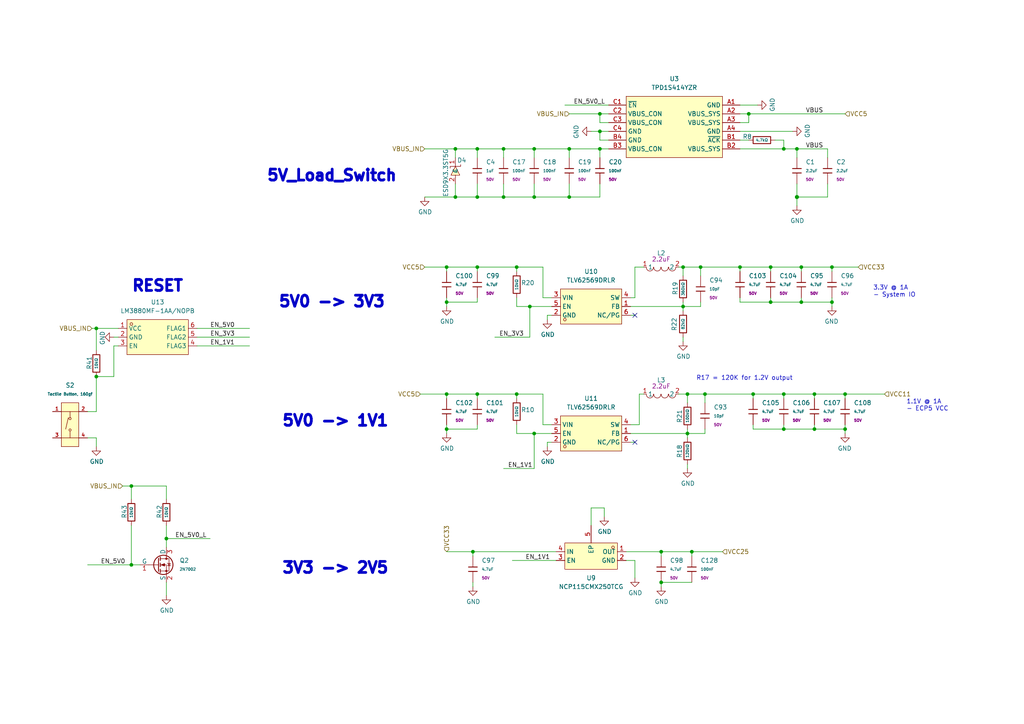
<source format=kicad_sch>
(kicad_sch (version 20250114) (generator "eeschema") (generator_version "9.0")
  (paper "A4")
  (lib_symbols
    (symbol "PCM_JLCPCB-Capacitors:0402,100nF,(2)" (pin_numbers (hide yes)) (pin_names (offset 0))
      (property "Reference" "C" (at 2.032 1.668 0))
      (property "Value" "100nF" (at 2.032 -0.3782 0))
      (property "Voltage Rated" "50V" (at 2.032 -2.0462 0))
      (symbol "0402,100nF,(2)_1_1"
        (pin passive line (at 0 3.81 270) (length 3.175) (name "~") (number "1"))
        (pin passive line (at 0 -3.81 90) (length 3.175) (name "~") (number "2"))
      )
    )
    (symbol "PCM_JLCPCB-Capacitors:0402,10pF" (pin_numbers (hide yes)) (pin_names (offset 0))
      (property "Reference" "C" (at 2.032 1.668 0))
      (property "Value" "10pF" (at 2.032 -0.3782 0))
      (property "Voltage Rated" "50V" (at 2.032 -2.0462 0))
      (symbol "0402,10pF_1_1"
        (pin passive line (at 0 3.81 270) (length 3.175) (name "~") (number "1"))
        (pin passive line (at 0 -3.81 90) (length 3.175) (name "~") (number "2"))
      )
    )
    (symbol "PCM_JLCPCB-Capacitors:0805,1uF" (pin_numbers (hide yes)) (pin_names (offset 0))
      (property "Reference" "C" (at 2.032 1.668 0))
      (property "Value" "1uF" (at 2.032 -0.3782 0))
      (property "Voltage Rated" "50V" (at 2.032 -2.0462 0))
      (symbol "0805,1uF_1_1"
        (pin passive line (at 0 3.81 270) (length 3.175) (name "~") (number "1"))
        (pin passive line (at 0 -3.81 90) (length 3.175) (name "~") (number "2"))
      )
    )
    (symbol "PCM_JLCPCB-Capacitors:1206,2.2uF" (pin_numbers (hide yes)) (pin_names (offset 0))
      (property "Reference" "C" (at 2.032 1.668 0))
      (property "Value" "2.2uF" (at 2.032 -0.3782 0))
      (property "Voltage Rated" "50V" (at 2.032 -2.0462 0))
      (symbol "1206,2.2uF_1_1"
        (pin passive line (at 0 3.81 270) (length 3.175) (name "~") (number "1"))
        (pin passive line (at 0 -3.81 90) (length 3.175) (name "~") (number "2"))
      )
    )
    (symbol "PCM_JLCPCB-Capacitors:1206,4.7uF" (pin_numbers (hide yes)) (pin_names (offset 0))
      (property "Reference" "C" (at 2.032 1.668 0))
      (property "Value" "4.7uF" (at 2.032 -0.3782 0))
      (property "Voltage Rated" "50V" (at 2.032 -2.0462 0))
      (symbol "1206,4.7uF_1_1"
        (pin passive line (at 0 3.81 270) (length 3.175) (name "~") (number "1"))
        (pin passive line (at 0 -3.81 90) (length 3.175) (name "~") (number "2"))
      )
    )
    (symbol "PCM_JLCPCB-Connectors_Buttons:Tactile Button, 160gf" (pin_names (hide yes))
      (property "Reference" "S" (at 0 1.27 0))
      (property "Value" "Tactile Button, 160gf" (at 0 -8.89 0))
      (symbol "Tactile Button, 160gf_0_1"
        (pin unspecified line (at -5.08 2.54 0) (length 2.54) (name "A") (number "1"))
        (pin unspecified line (at -5.08 -5.08 0) (length 2.54) (name "C") (number "3"))
        (pin unspecified line (at 5.08 2.54 180) (length 2.54) (name "B") (number "2"))
        (pin unspecified line (at 5.08 -5.08 180) (length 2.54) (name "D") (number "4"))
      )
    )
    (symbol "PCM_JLCPCB-Resistors:0402,100kΩ" (pin_numbers (hide yes)) (pin_names (offset 0))
      (property "Reference" "R" (at 1.778 0 0))
      (property "Value" "100kΩ" (at 0 0 90))
      (symbol "0402,100kΩ_1_1"
        (pin passive line (at 0 3.81 270) (length 1.27) (name "~") (number "1"))
        (pin passive line (at 0 -3.81 90) (length 1.27) (name "~") (number "2"))
      )
    )
    (symbol "PCM_JLCPCB-Resistors:0402,10kΩ" (pin_numbers (hide yes)) (pin_names (offset 0))
      (property "Reference" "R" (at 1.778 0 0))
      (property "Value" "10kΩ" (at 0 0 90))
      (symbol "0402,10kΩ_1_1"
        (pin passive line (at 0 3.81 270) (length 1.27) (name "~") (number "1"))
        (pin passive line (at 0 -3.81 90) (length 1.27) (name "~") (number "2"))
      )
    )
    (symbol "PCM_JLCPCB-Resistors:0402,120kΩ" (pin_numbers (hide yes)) (pin_names (offset 0))
      (property "Reference" "R" (at 1.778 0 0))
      (property "Value" "120kΩ" (at 0 0 90))
      (symbol "0402,120kΩ_1_1"
        (pin passive line (at 0 3.81 270) (length 1.27) (name "~") (number "1"))
        (pin passive line (at 0 -3.81 90) (length 1.27) (name "~") (number "2"))
      )
    )
    (symbol "PCM_JLCPCB-Resistors:0402,4.7kΩ" (pin_numbers (hide yes)) (pin_names (offset 0))
      (property "Reference" "R" (at 1.778 0 0))
      (property "Value" "4.7kΩ" (at 0 0 90))
      (symbol "0402,4.7kΩ_1_1"
        (pin passive line (at 0 3.81 270) (length 1.27) (name "~") (number "1"))
        (pin passive line (at 0 -3.81 90) (length 1.27) (name "~") (number "2"))
      )
    )
    (symbol "PCM_JLCPCB-Resistors:0603,360kΩ" (pin_numbers (hide yes)) (pin_names (offset 0))
      (property "Reference" "R" (at 1.778 0 0))
      (property "Value" "360kΩ" (at 0 0 90))
      (symbol "0603,360kΩ_1_1"
        (pin passive line (at 0 3.81 270) (length 1.27) (name "~") (number "1"))
        (pin passive line (at 0 -3.81 90) (length 1.27) (name "~") (number "2"))
      )
    )
    (symbol "PCM_JLCPCB-Resistors:0603,82kΩ" (pin_numbers (hide yes)) (pin_names (offset 0))
      (property "Reference" "R" (at 1.778 0 0))
      (property "Value" "82kΩ" (at 0 0 90))
      (symbol "0603,82kΩ_1_1"
        (pin passive line (at 0 3.81 270) (length 1.27) (name "~") (number "1"))
        (pin passive line (at 0 -3.81 90) (length 1.27) (name "~") (number "2"))
      )
    )
    (symbol "PCM_JLCPCB-Transistors:NMOS,2N7002" (pin_names (offset 0))
      (property "Reference" "Q" (at 4.8514 0.834 0))
      (property "Value" "2N7002" (at 4.8514 -1.2122 0))
      (symbol "NMOS,2N7002_1_1"
        (pin input line (at -5.08 0 0) (length 2.54) (name "G") (number "1"))
        (pin passive line (at 2.54 5.08 270) (length 2.54) (name "D") (number "3"))
        (pin passive line (at 2.54 -5.08 90) (length 2.54) (name "S") (number "2"))
      )
    )
    (symbol "easyeda:ESD9X3.3ST5G"
      (property "Reference" "D" (at 0 5.08 0))
      (property "Value" "ESD9X3.3ST5G" (at 0 -5.08 0))
      (symbol "ESD9X3.3ST5G_0_1"
        (pin unspecified line (at -3.81 0 0) (length 2.54) (name "A") (number "2"))
        (pin unspecified line (at 3.81 0 180) (length 2.54) (name "C") (number "1"))
      )
    )
    (symbol "easyeda:LM3880MF-1AA_NOPB"
      (property "Reference" "U" (at 0 7.62 0))
      (property "Value" "LM3880MF-1AA/NOPB" (at 0 -7.62 0))
      (symbol "LM3880MF-1AA_NOPB_0_1"
        (pin unspecified line (at -11.43 2.54 0) (length 2.54) (name "VCC") (number "1"))
        (pin unspecified line (at -11.43 0 0) (length 2.54) (name "GND") (number "2"))
        (pin unspecified line (at -11.43 -2.54 0) (length 2.54) (name "EN") (number "3"))
        (pin unspecified line (at 11.43 2.54 180) (length 2.54) (name "FLAG1") (number "6"))
        (pin unspecified line (at 11.43 0 180) (length 2.54) (name "FLAG2") (number "5"))
        (pin unspecified line (at 11.43 -2.54 180) (length 2.54) (name "FLAG3") (number "4"))
      )
    )
    (symbol "easyeda:LQM21PN2R2NGCD"
      (property "Reference" "L" (at 0 5.08 0))
      (property "Value" "LQM21PN2R2NGCD" (at 0 -5.08 0))
      (symbol "LQM21PN2R2NGCD_0_1"
        (pin unspecified line (at -5.08 0 0) (length 0.762) (name "1") (number "1"))
        (pin unspecified line (at 5.08 0 180) (length 0.762) (name "2") (number "2"))
      )
    )
    (symbol "easyeda:NCP115CMX250TCG"
      (property "Reference" "U" (at 0 12.7 0))
      (property "Value" "NCP115CMX250TCG" (at 0 -7.62 0))
      (symbol "NCP115CMX250TCG_0_1"
        (pin unspecified line (at -10.16 0 0) (length 2.54) (name "OUT") (number "1"))
        (pin unspecified line (at -10.16 -2.54 0) (length 2.54) (name "GND") (number "2"))
        (pin unspecified line (at 0 7.62 270) (length 5.08) (name "EP") (number "5"))
        (pin unspecified line (at 10.16 0 180) (length 2.54) (name "IN") (number "4"))
        (pin unspecified line (at 10.16 -2.54 180) (length 2.54) (name "EN") (number "3"))
      )
    )
    (symbol "easyeda:TLV62569DRLR"
      (property "Reference" "U10" (at 0 -10.16 0))
      (property "Value" "TLV62569DRLR" (at 0 -7.62 0))
      (symbol "TLV62569DRLR_0_1"
        (pin unspecified line (at -11.43 2.54 0) (length 2.54) (name "GND") (number "2"))
        (pin unspecified line (at -11.43 0 0) (length 2.54) (name "EN") (number "5"))
        (pin unspecified line (at -11.43 -2.54 0) (length 2.54) (name "VIN") (number "3"))
        (pin unspecified line (at 11.43 2.54 180) (length 2.54) (name "NC/PG") (number "6"))
        (pin unspecified line (at 11.43 0 180) (length 2.54) (name "FB") (number "1"))
        (pin unspecified line (at 11.43 -2.54 180) (length 2.54) (name "SW") (number "4"))
      )
    )
    (symbol "easyeda:TPD1S414YZR"
      (property "Reference" "U" (at 0 12.7 0))
      (property "Value" "TPD1S414YZR" (at 0 -10.16 0))
      (symbol "TPD1S414YZR_0_1"
        (pin unspecified line (at -17.78 7.62 0) (length 5.08) (name "GND") (number "A1"))
        (pin unspecified line (at -17.78 5.08 0) (length 5.08) (name "VBUS_SYS") (number "A2"))
        (pin unspecified line (at -17.78 0 0) (length 5.08) (name "GND") (number "A4"))
        (pin unspecified line (at -17.78 -2.54 0) (length 5.08) (name "~{ACK}") (number "B1"))
        (pin unspecified line (at -17.78 -5.08 0) (length 5.08) (name "VBUS_SYS") (number "B2"))
        (pin unspecified line (at 20.32 7.62 180) (length 5.08) (name "~{EN}") (number "C1"))
        (pin unspecified line (at 20.32 5.08 180) (length 5.08) (name "VBUS_CON") (number "C2"))
        (pin unspecified line (at 20.32 0 180) (length 5.08) (name "GND") (number "C4"))
        (pin unspecified line (at 20.32 -2.54 180) (length 5.08) (name "GND") (number "B4"))
        (pin unspecified line (at 20.32 -5.08 180) (length 5.08) (name "VBUS_CON") (number "B3"))
      )
      (symbol "TPD1S414YZR_1_1"
        (pin unspecified line (at -17.78 2.54 0) (length 5.08) (name "VBUS_SYS") (number "A3"))
        (pin unspecified line (at 20.32 2.54 180) (length 5.08) (name "VBUS_CON") (number "C3"))
      )
    )
    (symbol "power:GND" (power) (pin_names (offset 0))
      (property "Value" "GND" (at 0 -3.81 0))
      (symbol "GND_1_1"
        (pin power_in line (at 0 0 270) (length 0) (hide yes) (name "GND") (number "1"))
      )
    )
  )
  (text "3.3V @ 1A\n- System IO\n" (at 253.238 86.36 0) (effects (font (size 1.27 1.27)) (justify left bottom)))
  (text "5V0 -> 1V1" (at 97.282 122.174 0) (effects (font (size 3.19 3.19) (thickness 1.054) (bold yes))))
  (text "RESET" (at 45.72 83.058 0) (effects (font (size 3.19 3.19) (thickness 1.054) (bold yes))))
  (text "5V_Load_Switch" (at 96.266 51.054 0) (effects (font (size 3.19 3.19) (thickness 1.054) (bold yes))))
  (text "1.1V @ 1A\n- ECP5 VCC\n" (at 262.89 119.38 0) (effects (font (size 1.27 1.27)) (justify left bottom)))
  (text "5V0 -> 3V3" (at 96.266 87.63 0) (effects (font (size 3.19 3.19) (thickness 1.054) (bold yes))))
  (text "3V3 -> 2V5" (at 97.282 164.846 0) (effects (font (size 3.19 3.19) (thickness 1.054) (bold yes))))
  (text "R17 = 120K for 1.2V output" (at 201.93 110.49 0) (effects (font (size 1.27 1.27)) (justify left bottom)))
  (junction (at 245.11 124.46))
  (junction (at 129.54 114.3))
  (junction (at 38.1 163.83))
  (junction (at 217.17 33.02))
  (junction (at 198.12 77.47))
  (junction (at 198.12 88.9))
  (junction (at 245.11 114.3))
  (junction (at 232.41 77.47))
  (junction (at 154.94 125.73))
  (junction (at 165.1 57.15))
  (junction (at 236.22 124.46))
  (junction (at 227.33 114.3))
  (junction (at 214.63 77.47))
  (junction (at 218.44 114.3))
  (junction (at 173.99 43.18))
  (junction (at 146.05 57.15))
  (junction (at 223.52 77.47))
  (junction (at 227.33 124.46))
  (junction (at 137.16 160.02))
  (junction (at 149.86 114.3))
  (junction (at 149.86 77.47))
  (junction (at 227.33 43.18))
  (junction (at 129.54 77.47))
  (junction (at 129.54 124.46))
  (junction (at 138.43 114.3))
  (junction (at 48.26 156.21))
  (junction (at 27.94 95.25))
  (junction (at 138.43 43.18))
  (junction (at 231.14 43.18))
  (junction (at 232.41 87.63))
  (junction (at 27.94 109.22))
  (junction (at 200.66 160.02))
  (junction (at 129.54 87.63))
  (junction (at 199.39 114.3))
  (junction (at 236.22 114.3))
  (junction (at 146.05 43.18))
  (junction (at 132.08 57.15))
  (junction (at 154.94 57.15))
  (junction (at 191.77 168.91))
  (junction (at 173.99 38.1))
  (junction (at 173.99 33.02))
  (junction (at 241.3 77.47))
  (junction (at 165.1 43.18))
  (junction (at 203.2 77.47))
  (junction (at 204.47 114.3))
  (junction (at 231.14 57.15) (diameter 1.016))
  (junction (at 241.3 87.63))
  (junction (at 138.43 77.47))
  (junction (at 191.77 160.02))
  (junction (at 38.1 140.97))
  (junction (at 199.39 125.73))
  (junction (at 138.43 57.15))
  (junction (at 153.67 88.9))
  (junction (at 132.08 43.18))
  (junction (at 223.52 87.63))
  (junction (at 154.94 43.18))
  (no_connect (at 184.15 91.44))
  (no_connect (at 184.15 128.27))
  (wire (pts (xy 157.48 86.36) (xy 157.48 77.47)))
  (wire (pts (xy 138.43 86.36) (xy 138.43 87.63)))
  (wire (pts (xy 214.63 35.56) (xy 217.17 35.56)))
  (wire (pts (xy 223.52 77.47) (xy 214.63 77.47)))
  (wire (pts (xy 165.1 43.18) (xy 165.1 45.72)))
  (wire (pts (xy 154.94 53.34) (xy 154.94 57.15)))
  (wire (pts (xy 171.45 147.32) (xy 175.26 147.32)))
  (wire (pts (xy 214.63 43.18) (xy 227.33 43.18)))
  (wire (pts (xy 198.12 80.01) (xy 198.12 77.47)))
  (wire (pts (xy 199.39 124.46) (xy 199.39 125.73)))
  (wire (pts (xy 204.47 125.73) (xy 204.47 124.46)))
  (wire (pts (xy 129.54 114.3) (xy 138.43 114.3)))
  (wire (pts (xy 149.86 125.73) (xy 149.86 123.19)))
  (wire (pts (xy 227.33 114.3) (xy 236.22 114.3)))
  (wire (pts (xy 241.3 78.74) (xy 241.3 77.47)))
  (wire (pts (xy 223.52 78.74) (xy 223.52 77.47)))
  (wire (pts (xy 173.99 57.15) (xy 173.99 53.34)))
  (wire (pts (xy 241.3 88.9) (xy 241.3 87.63)))
  (wire (pts (xy 182.88 91.44) (xy 184.15 91.44)))
  (wire (pts (xy 227.33 40.64) (xy 227.33 43.18)))
  (wire (pts (xy 157.48 123.19) (xy 160.02 123.19)))
  (wire (pts (xy 200.66 160.02) (xy 200.66 161.29)))
  (wire (pts (xy 191.77 168.91) (xy 191.77 170.18)))
  (wire (pts (xy 241.3 77.47) (xy 248.92 77.47)))
  (wire (pts (xy 48.26 168.91) (xy 48.26 172.72)))
  (wire (pts (xy 223.52 87.63) (xy 223.52 86.36)))
  (wire (pts (xy 165.1 53.34) (xy 165.1 57.15)))
  (wire (pts (xy 199.39 125.73) (xy 204.47 125.73)))
  (wire (pts (xy 129.54 115.57) (xy 129.54 114.3)))
  (wire (pts (xy 173.99 35.56) (xy 173.99 33.02)))
  (wire (pts (xy 158.75 128.27) (xy 158.75 129.54)))
  (wire (pts (xy 185.42 123.19) (xy 185.42 114.3)))
  (wire (pts (xy 27.94 109.22) (xy 27.94 119.38)))
  (wire (pts (xy 173.99 40.64) (xy 176.53 40.64)))
  (wire (pts (xy 149.86 78.74) (xy 149.86 77.47)))
  (wire (pts (xy 158.75 91.44) (xy 158.75 92.71)))
  (wire (pts (xy 203.2 77.47) (xy 214.63 77.47)))
  (wire (pts (xy 199.39 114.3) (xy 204.47 114.3)))
  (wire (pts (xy 123.19 77.47) (xy 129.54 77.47)))
  (wire (pts (xy 181.61 162.56) (xy 184.15 162.56)))
  (wire (pts (xy 173.99 38.1) (xy 173.99 40.64)))
  (wire (pts (xy 184.15 162.56) (xy 184.15 167.64)))
  (wire (pts (xy 146.05 53.34) (xy 146.05 57.15)))
  (wire (pts (xy 232.41 77.47) (xy 232.41 78.74)))
  (wire (pts (xy 173.99 38.1) (xy 176.53 38.1)))
  (wire (pts (xy 138.43 57.15) (xy 138.43 53.34)))
  (wire (pts (xy 38.1 140.97) (xy 48.26 140.97)))
  (wire (pts (xy 231.14 43.18) (xy 231.14 45.72)))
  (wire (pts (xy 154.94 57.15) (xy 165.1 57.15)))
  (wire (pts (xy 137.16 168.91) (xy 137.16 170.18)))
  (wire (pts (xy 25.4 127) (xy 27.94 127)))
  (wire (pts (xy 198.12 87.63) (xy 198.12 88.9)))
  (wire (pts (xy 214.63 33.02) (xy 217.17 33.02)))
  (wire (pts (xy 198.12 88.9) (xy 198.12 90.17)))
  (wire (pts (xy 176.53 35.56) (xy 173.99 35.56)))
  (wire (pts (xy 27.94 109.22) (xy 33.02 109.22)))
  (wire (pts (xy 227.33 115.57) (xy 227.33 114.3)))
  (wire (pts (xy 182.88 88.9) (xy 198.12 88.9)))
  (wire (pts (xy 129.54 88.9) (xy 129.54 87.63)))
  (wire (pts (xy 146.05 135.89) (xy 154.94 135.89)))
  (wire (pts (xy 26.67 95.25) (xy 27.94 95.25)))
  (wire (pts (xy 203.2 80.01) (xy 203.2 77.47)))
  (wire (pts (xy 165.1 33.02) (xy 173.99 33.02)))
  (wire (pts (xy 199.39 125.73) (xy 199.39 127)))
  (wire (pts (xy 173.99 45.72) (xy 173.99 43.18)))
  (wire (pts (xy 245.11 125.73) (xy 245.11 124.46)))
  (wire (pts (xy 138.43 43.18) (xy 146.05 43.18)))
  (wire (pts (xy 240.03 43.18) (xy 240.03 45.72)))
  (wire (pts (xy 184.15 86.36) (xy 184.15 77.47)))
  (wire (pts (xy 231.14 43.18) (xy 240.03 43.18)))
  (wire (pts (xy 153.67 88.9) (xy 160.02 88.9)))
  (wire (pts (xy 245.11 115.57) (xy 245.11 114.3)))
  (wire (pts (xy 198.12 77.47) (xy 203.2 77.47)))
  (wire (pts (xy 129.54 125.73) (xy 129.54 124.46)))
  (wire (pts (xy 163.83 30.48) (xy 176.53 30.48)))
  (wire (pts (xy 232.41 86.36) (xy 232.41 87.63)))
  (wire (pts (xy 123.19 57.15) (xy 132.08 57.15)))
  (wire (pts (xy 129.54 124.46) (xy 138.43 124.46)))
  (wire (pts (xy 204.47 116.84) (xy 204.47 114.3)))
  (wire (pts (xy 171.45 152.4) (xy 171.45 147.32)))
  (wire (pts (xy 132.08 53.34) (xy 132.08 57.15)))
  (wire (pts (xy 154.94 43.18) (xy 154.94 45.72)))
  (wire (pts (xy 223.52 87.63) (xy 232.41 87.63)))
  (wire (pts (xy 223.52 87.63) (xy 214.63 87.63)))
  (wire (pts (xy 57.15 100.33) (xy 72.39 100.33)))
  (wire (pts (xy 157.48 123.19) (xy 157.48 114.3)))
  (wire (pts (xy 138.43 114.3) (xy 138.43 115.57)))
  (wire (pts (xy 48.26 156.21) (xy 48.26 158.75)))
  (wire (pts (xy 231.14 59.69) (xy 231.14 57.15)))
  (wire (pts (xy 231.14 57.15) (xy 240.03 57.15)))
  (wire (pts (xy 138.43 77.47) (xy 138.43 78.74)))
  (wire (pts (xy 218.44 123.19) (xy 218.44 124.46)))
  (wire (pts (xy 181.61 160.02) (xy 191.77 160.02)))
  (wire (pts (xy 196.85 114.3) (xy 199.39 114.3)))
  (wire (pts (xy 196.85 77.47) (xy 198.12 77.47)))
  (wire (pts (xy 148.59 162.56) (xy 161.29 162.56)))
  (wire (pts (xy 175.26 147.32) (xy 175.26 149.86)))
  (wire (pts (xy 214.63 40.64) (xy 217.17 40.64)))
  (wire (pts (xy 146.05 43.18) (xy 146.05 45.72)))
  (wire (pts (xy 149.86 77.47) (xy 157.48 77.47)))
  (wire (pts (xy 38.1 152.4) (xy 38.1 163.83)))
  (wire (pts (xy 25.4 119.38) (xy 27.94 119.38)))
  (wire (pts (xy 137.16 160.02) (xy 161.29 160.02)))
  (wire (pts (xy 137.16 160.02) (xy 129.54 160.02)))
  (wire (pts (xy 38.1 140.97) (xy 38.1 144.78)))
  (wire (pts (xy 143.51 97.79) (xy 153.67 97.79)))
  (wire (pts (xy 199.39 134.62) (xy 199.39 135.89)))
  (wire (pts (xy 138.43 77.47) (xy 149.86 77.47)))
  (wire (pts (xy 129.54 78.74) (xy 129.54 77.47)))
  (wire (pts (xy 203.2 88.9) (xy 203.2 87.63)))
  (wire (pts (xy 191.77 168.91) (xy 200.66 168.91)))
  (wire (pts (xy 57.15 97.79) (xy 72.39 97.79)))
  (wire (pts (xy 204.47 114.3) (xy 218.44 114.3)))
  (wire (pts (xy 138.43 43.18) (xy 138.43 45.72)))
  (wire (pts (xy 25.4 163.83) (xy 38.1 163.83)))
  (wire (pts (xy 48.26 152.4) (xy 48.26 156.21)))
  (wire (pts (xy 182.88 125.73) (xy 199.39 125.73)))
  (wire (pts (xy 165.1 43.18) (xy 173.99 43.18)))
  (wire (pts (xy 57.15 95.25) (xy 72.39 95.25)))
  (wire (pts (xy 236.22 114.3) (xy 236.22 115.57)))
  (wire (pts (xy 132.08 43.18) (xy 132.08 45.72)))
  (wire (pts (xy 227.33 124.46) (xy 236.22 124.46)))
  (wire (pts (xy 223.52 77.47) (xy 232.41 77.47)))
  (wire (pts (xy 191.77 160.02) (xy 200.66 160.02)))
  (wire (pts (xy 245.11 124.46) (xy 236.22 124.46)))
  (wire (pts (xy 48.26 156.21) (xy 60.96 156.21)))
  (wire (pts (xy 154.94 125.73) (xy 160.02 125.73)))
  (wire (pts (xy 198.12 88.9) (xy 203.2 88.9)))
  (wire (pts (xy 198.12 97.79) (xy 198.12 99.06)))
  (wire (pts (xy 245.11 114.3) (xy 236.22 114.3)))
  (wire (pts (xy 217.17 33.02) (xy 245.11 33.02)))
  (wire (pts (xy 154.94 135.89) (xy 154.94 125.73)))
  (wire (pts (xy 236.22 123.19) (xy 236.22 124.46)))
  (wire (pts (xy 227.33 124.46) (xy 218.44 124.46)))
  (wire (pts (xy 149.86 88.9) (xy 149.86 86.36)))
  (wire (pts (xy 218.44 114.3) (xy 218.44 115.57)))
  (wire (pts (xy 158.75 91.44) (xy 160.02 91.44)))
  (wire (pts (xy 137.16 161.29) (xy 137.16 160.02)))
  (wire (pts (xy 38.1 163.83) (xy 40.64 163.83)))
  (wire (pts (xy 182.88 86.36) (xy 184.15 86.36)))
  (wire (pts (xy 200.66 160.02) (xy 209.55 160.02)))
  (wire (pts (xy 27.94 95.25) (xy 34.29 95.25)))
  (wire (pts (xy 132.08 43.18) (xy 138.43 43.18)))
  (wire (pts (xy 154.94 43.18) (xy 165.1 43.18)))
  (wire (pts (xy 245.11 114.3) (xy 256.54 114.3)))
  (wire (pts (xy 240.03 57.15) (xy 240.03 53.34)))
  (wire (pts (xy 165.1 57.15) (xy 173.99 57.15)))
  (wire (pts (xy 129.54 87.63) (xy 138.43 87.63)))
  (wire (pts (xy 121.92 114.3) (xy 129.54 114.3)))
  (wire (pts (xy 146.05 43.18) (xy 154.94 43.18)))
  (wire (pts (xy 33.02 100.33) (xy 34.29 100.33)))
  (wire (pts (xy 217.17 35.56) (xy 217.17 33.02)))
  (wire (pts (xy 182.88 128.27) (xy 184.15 128.27)))
  (wire (pts (xy 219.71 30.48) (xy 214.63 30.48)))
  (wire (pts (xy 186.69 77.47) (xy 184.15 77.47)))
  (wire (pts (xy 149.86 114.3) (xy 157.48 114.3)))
  (wire (pts (xy 173.99 33.02) (xy 176.53 33.02)))
  (wire (pts (xy 149.86 88.9) (xy 153.67 88.9)))
  (wire (pts (xy 227.33 43.18) (xy 231.14 43.18)))
  (wire (pts (xy 224.79 40.64) (xy 227.33 40.64)))
  (wire (pts (xy 231.14 53.34) (xy 231.14 57.15)))
  (wire (pts (xy 182.88 123.19) (xy 185.42 123.19)))
  (wire (pts (xy 241.3 77.47) (xy 232.41 77.47)))
  (wire (pts (xy 27.94 127) (xy 27.94 129.54)))
  (wire (pts (xy 173.99 43.18) (xy 176.53 43.18)))
  (wire (pts (xy 33.02 109.22) (xy 33.02 100.33)))
  (wire (pts (xy 33.02 97.79) (xy 34.29 97.79)))
  (wire (pts (xy 129.54 77.47) (xy 138.43 77.47)))
  (wire (pts (xy 123.19 43.18) (xy 132.08 43.18)))
  (wire (pts (xy 171.45 38.1) (xy 173.99 38.1)))
  (wire (pts (xy 199.39 116.84) (xy 199.39 114.3)))
  (wire (pts (xy 138.43 57.15) (xy 146.05 57.15)))
  (wire (pts (xy 146.05 57.15) (xy 154.94 57.15)))
  (wire (pts (xy 153.67 97.79) (xy 153.67 88.9)))
  (wire (pts (xy 214.63 77.47) (xy 214.63 78.74)))
  (wire (pts (xy 157.48 86.36) (xy 160.02 86.36)))
  (wire (pts (xy 138.43 123.19) (xy 138.43 124.46)))
  (wire (pts (xy 191.77 161.29) (xy 191.77 160.02)))
  (wire (pts (xy 35.56 140.97) (xy 38.1 140.97)))
  (wire (pts (xy 132.08 57.15) (xy 138.43 57.15)))
  (wire (pts (xy 241.3 87.63) (xy 241.3 86.36)))
  (wire (pts (xy 227.33 114.3) (xy 218.44 114.3)))
  (wire (pts (xy 227.33 124.46) (xy 227.33 123.19)))
  (wire (pts (xy 129.54 87.63) (xy 129.54 86.36)))
  (wire (pts (xy 129.54 124.46) (xy 129.54 123.19)))
  (wire (pts (xy 138.43 114.3) (xy 149.86 114.3)))
  (wire (pts (xy 48.26 140.97) (xy 48.26 144.78)))
  (wire (pts (xy 27.94 95.25) (xy 27.94 101.6)))
  (wire (pts (xy 158.75 128.27) (xy 160.02 128.27)))
  (wire (pts (xy 229.87 38.1) (xy 214.63 38.1)))
  (wire (pts (xy 154.94 125.73) (xy 149.86 125.73)))
  (wire (pts (xy 241.3 87.63) (xy 232.41 87.63)))
  (wire (pts (xy 245.11 124.46) (xy 245.11 123.19)))
  (wire (pts (xy 149.86 115.57) (xy 149.86 114.3)))
  (wire (pts (xy 186.69 114.3) (xy 185.42 114.3)))
  (wire (pts (xy 214.63 86.36) (xy 214.63 87.63)))
  (label "VBUS" (at 233.68 43.18 0))
  (label "EN_5V0_L" (at 50.8 156.21 0))
  (label "EN_5V0_L" (at 166.37 30.48 0))
  (label "EN_5V0" (at 29.21 163.83 0))
  (label "VBUS" (at 233.68 33.02 0))
  (label "EN_3V3" (at 144.78 97.79 0))
  (label "EN_1V1" (at 152.4 162.56 0))
  (label "EN_1V1" (at 60.96 100.33 0))
  (label "EN_1V1" (at 147.32 135.89 0))
  (label "EN_3V3" (at 60.96 97.79 0))
  (label "EN_5V0" (at 60.96 95.25 0))
  (hierarchical_label "VCC33" (shape input) (at 129.54 160.02 90))
  (hierarchical_label "VBUS_IN" (shape input) (at 165.1 33.02 180))
  (hierarchical_label "VCC25" (shape input) (at 209.55 160.02 0))
  (hierarchical_label "VBUS_IN" (shape input) (at 26.67 95.25 180))
  (hierarchical_label "VCC5" (shape input) (at 245.11 33.02 0))
  (hierarchical_label "VCC11" (shape input) (at 256.54 114.3 0))
  (hierarchical_label "VCC33" (shape input) (at 248.92 77.47 0))
  (hierarchical_label "VCC5" (shape input) (at 121.92 114.3 180))
  (hierarchical_label "VBUS_IN" (shape input) (at 35.56 140.97 180))
  (hierarchical_label "VCC5" (shape input) (at 123.19 77.47 180))
  (hierarchical_label "VBUS_IN" (shape input) (at 123.19 43.18 180))
  (symbol (lib_id "easyeda:ESD9X3.3ST5G") (at 132.08 49.53 90) (unit 1)
    (property "Reference" "D4" (at 132.588 46.482 90) (effects (justify right)))
    (property "Value" "ESD9X3.3ST5G" (at 129.286 43.18 0) (effects (justify right)))
    (property "Footprint" "easyeda:SOD-923_L0.8-W0.6-LS1.0-RD" (effects (hide yes)))
    (property "Datasheet" "https://lcsc.com/product-detail/Diodes-ESD_ON_ESD9X3-3ST5G_ESD9X3-3ST5G_C130456.html" (effects (hide yes)))
    (property "LCSC Part" "C130456" (effects (hide yes)))
  )
  (symbol (lib_id "power:GND") (at 48.26 172.72 0) (unit 1)
    (property "Reference" "#PWR0150" (effects (hide yes)))
    (property "Value" "GND" (at 48.3743 177.0444 0))
  )
  (symbol (lib_id "PCM_JLCPCB-Resistors:0603,82kΩ") (at 198.12 93.98 0) (unit 1)
    (property "Reference" "R22" (at 195.58 96.012 90) (effects (justify left)))
    (property "Value" "82kΩ" (at 198.12 93.98 90) (effects (font (size 0.8 0.8))))
    (property "Footprint" "PCM_JLCPCB:R_0603" (effects (hide yes)))
    (property "Datasheet" "https://www.lcsc.com/datasheet/lcsc_datasheet_2206010100_UNI-ROYAL-Uniroyal-Elec-0603WAF8202T5E_C23254.pdf" (effects (hide yes)))
    (property "Description" "100mW Thick Film Resistors 75V ±100ppm/°C ±1% 82kΩ 0603 Chip Resistor - Surface Mount ROHS" (effects (hide yes)))
    (property "LCSC" "C23254" (effects (hide yes)))
    (property "Stock" "222852" (effects (hide yes)))
    (property "Price" "0.004USD" (effects (hide yes)))
    (property "Process" "SMT" (effects (hide yes)))
    (property "Minimum Qty" "20" (effects (hide yes)))
    (property "Attrition Qty" "10" (effects (hide yes)))
    (property "Class" "Basic Component" (effects (hide yes)))
    (property "Category" "Resistors,Chip Resistor - Surface Mount" (effects (hide yes)))
    (property "Manufacturer" "UNI-ROYAL(Uniroyal Elec)" (effects (hide yes)))
    (property "Part" "0603WAF8202T5E" (effects (hide yes)))
    (property "Resistance" "82kΩ" (effects (hide yes)))
    (property "Power(Watts)" "100mW" (effects (hide yes)))
    (property "Type" "Thick Film Resistors" (effects (hide yes)))
    (property "Overload Voltage (Max)" "75V" (effects (hide yes)))
    (property "Operating Temperature Range" "-55°C~+155°C" (effects (hide yes)))
    (property "Tolerance" "±1%" (effects (hide yes)))
    (property "Temperature Coefficient" "±100ppm/°C" (effects (hide yes)))
  )
  (symbol (lib_id "PCM_JLCPCB-Capacitors:1206,4.7uF") (at 227.33 119.38 0) (unit 1)
    (property "Reference" "C106" (at 229.87 116.8399 0) (effects (justify left)))
    (property "Value" "4.7uF" (at 229.87 119.38 0) (effects (font (size 0.8 0.8)) (justify left)))
    (property "Footprint" "PCM_JLCPCB:C_1206" (effects (hide yes)))
    (property "Datasheet" "https://www.lcsc.com/datasheet/lcsc_datasheet_2304140030_FH--Guangdong-Fenghua-Advanced-Tech-1206B475K500NT_C29823.pdf" (effects (hide yes)))
    (property "Description" "50V 4.7uF X7R ±10% 1206 Multilayer Ceramic Capacitors MLCC - SMD/SMT ROHS" (effects (hide yes)))
    (property "LCSC" "C29823" (effects (hide yes)))
    (property "Stock" "988547" (effects (hide yes)))
    (property "Price" "0.031USD" (effects (hide yes)))
    (property "Process" "SMT" (effects (hide yes)))
    (property "Minimum Qty" "20" (effects (hide yes)))
    (property "Attrition Qty" "8" (effects (hide yes)))
    (property "Class" "Basic Component" (effects (hide yes)))
    (property "Category" "Capacitors,Multilayer Ceramic Capacitors MLCC - SMD/SMT" (effects (hide yes)))
    (property "Manufacturer" "FH(Guangdong Fenghua Advanced Tech)" (effects (hide yes)))
    (property "Part" "1206B475K500NT" (effects (hide yes)))
    (property "Voltage Rated" "50V" (at 229.87 121.92 0) (effects (font (size 0.8 0.8)) (justify left)))
    (property "Tolerance" "±10%" (effects (hide yes)))
    (property "Capacitance" "4.7uF" (effects (hide yes)))
    (property "Temperature Coefficient" "X7R" (effects (hide yes)))
  )
  (symbol (lib_id "power:GND") (at 175.26 149.86 0) (unit 1)
    (property "Reference" "#PWR070" (effects (hide yes)))
    (property "Value" "GND" (at 175.3743 154.1844 0))
  )
  (symbol (lib_id "power:GND") (at 191.77 170.18 0) (unit 1)
    (property "Reference" "#PWR065" (effects (hide yes)))
    (property "Value" "GND" (at 191.8843 174.5044 0))
  )
  (symbol (lib_id "PCM_JLCPCB-Capacitors:1206,4.7uF") (at 191.77 165.1 0) (unit 1)
    (property "Reference" "C98" (at 194.31 162.5599 0) (effects (justify left)))
    (property "Value" "4.7uF" (at 194.31 165.1 0) (effects (font (size 0.8 0.8)) (justify left)))
    (property "Footprint" "PCM_JLCPCB:C_1206" (effects (hide yes)))
    (property "Datasheet" "https://www.lcsc.com/datasheet/lcsc_datasheet_2304140030_FH--Guangdong-Fenghua-Advanced-Tech-1206B475K500NT_C29823.pdf" (effects (hide yes)))
    (property "Description" "50V 4.7uF X7R ±10% 1206 Multilayer Ceramic Capacitors MLCC - SMD/SMT ROHS" (effects (hide yes)))
    (property "LCSC" "C29823" (effects (hide yes)))
    (property "Stock" "988547" (effects (hide yes)))
    (property "Price" "0.031USD" (effects (hide yes)))
    (property "Process" "SMT" (effects (hide yes)))
    (property "Minimum Qty" "20" (effects (hide yes)))
    (property "Attrition Qty" "8" (effects (hide yes)))
    (property "Class" "Basic Component" (effects (hide yes)))
    (property "Category" "Capacitors,Multilayer Ceramic Capacitors MLCC - SMD/SMT" (effects (hide yes)))
    (property "Manufacturer" "FH(Guangdong Fenghua Advanced Tech)" (effects (hide yes)))
    (property "Part" "1206B475K500NT" (effects (hide yes)))
    (property "Voltage Rated" "50V" (at 194.31 167.64 0) (effects (font (size 0.8 0.8)) (justify left)))
    (property "Tolerance" "±10%" (effects (hide yes)))
    (property "Capacitance" "4.7uF" (effects (hide yes)))
    (property "Temperature Coefficient" "X7R" (effects (hide yes)))
  )
  (symbol (lib_id "PCM_JLCPCB-Resistors:0402,10kΩ") (at 48.26 148.59 0) (unit 1)
    (property "Reference" "R42" (at 46.228 150.368 90) (effects (justify left)))
    (property "Value" "10kΩ" (at 48.26 148.59 90) (effects (font (size 0.8 0.8))))
    (property "Footprint" "PCM_JLCPCB:R_0402" (effects (hide yes)))
    (property "Datasheet" "https://www.lcsc.com/datasheet/lcsc_datasheet_2411221126_UNI-ROYAL-Uniroyal-Elec-0402WGF1002TCE_C25744.pdf" (effects (hide yes)))
    (property "Description" "62.5mW Thick Film Resistors 50V ±100ppm/°C ±1% 10kΩ 0402 Chip Resistor - Surface Mount ROHS" (effects (hide yes)))
    (property "LCSC" "C25744" (effects (hide yes)))
    (property "Stock" "17643375" (effects (hide yes)))
    (property "Price" "0.004USD" (effects (hide yes)))
    (property "Process" "SMT" (effects (hide yes)))
    (property "Minimum Qty" "5" (effects (hide yes)))
    (property "Attrition Qty" "0" (effects (hide yes)))
    (property "Class" "Basic Component" (effects (hide yes)))
    (property "Category" "Resistors,Chip Resistor - Surface Mount" (effects (hide yes)))
    (property "Manufacturer" "UNI-ROYAL(Uniroyal Elec)" (effects (hide yes)))
    (property "Part" "0402WGF1002TCE" (effects (hide yes)))
    (property "Resistance" "10kΩ" (effects (hide yes)))
    (property "Power(Watts)" "62.5mW" (effects (hide yes)))
    (property "Type" "Thick Film Resistors" (effects (hide yes)))
    (property "Overload Voltage (Max)" "50V" (effects (hide yes)))
    (property "Operating Temperature Range" "-55°C~+155°C" (effects (hide yes)))
    (property "Tolerance" "±1%" (effects (hide yes)))
    (property "Temperature Coefficient" "±100ppm/°C" (effects (hide yes)))
  )
  (symbol (lib_id "easyeda:TPD1S414YZR") (at 196.85 38.1 0) (mirror y) (unit 1)
    (property "Reference" "U3" (at 195.58 22.86 0))
    (property "Value" "TPD1S414YZR" (at 195.58 25.4 0))
    (property "Footprint" "easyeda:DSBGA-12_L1.9-W1.4-R3-C4-P0.40-TL" (effects (hide yes)))
    (property "Datasheet" "https://lcsc.com/product-detail/Switching-Controllers_Texas-Instruments-Texas-Instruments-TPD1S414YZR_C411873.html" (effects (hide yes)))
    (property "LCSC Part" "C411873" (effects (hide yes)))
  )
  (symbol (lib_id "power:GND") (at 171.45 38.1 270) (unit 1)
    (property "Reference" "#PWR0144" (effects (hide yes)))
    (property "Value" "GND" (at 167.1256 38.2143 0))
  )
  (symbol (lib_id "PCM_JLCPCB-Capacitors:1206,4.7uF") (at 241.3 82.55 0) (unit 1)
    (property "Reference" "C96" (at 243.84 80.0099 0) (effects (justify left)))
    (property "Value" "4.7uF" (at 243.84 82.55 0) (effects (font (size 0.8 0.8)) (justify left)))
    (property "Footprint" "PCM_JLCPCB:C_1206" (effects (hide yes)))
    (property "Datasheet" "https://www.lcsc.com/datasheet/lcsc_datasheet_2304140030_FH--Guangdong-Fenghua-Advanced-Tech-1206B475K500NT_C29823.pdf" (effects (hide yes)))
    (property "Description" "50V 4.7uF X7R ±10% 1206 Multilayer Ceramic Capacitors MLCC - SMD/SMT ROHS" (effects (hide yes)))
    (property "LCSC" "C29823" (effects (hide yes)))
    (property "Stock" "988547" (effects (hide yes)))
    (property "Price" "0.031USD" (effects (hide yes)))
    (property "Process" "SMT" (effects (hide yes)))
    (property "Minimum Qty" "20" (effects (hide yes)))
    (property "Attrition Qty" "8" (effects (hide yes)))
    (property "Class" "Basic Component" (effects (hide yes)))
    (property "Category" "Capacitors,Multilayer Ceramic Capacitors MLCC - SMD/SMT" (effects (hide yes)))
    (property "Manufacturer" "FH(Guangdong Fenghua Advanced Tech)" (effects (hide yes)))
    (property "Part" "1206B475K500NT" (effects (hide yes)))
    (property "Voltage Rated" "50V" (at 243.84 85.09 0) (effects (font (size 0.8 0.8)) (justify left)))
    (property "Tolerance" "±10%" (effects (hide yes)))
    (property "Capacitance" "4.7uF" (effects (hide yes)))
    (property "Temperature Coefficient" "X7R" (effects (hide yes)))
  )
  (symbol (lib_id "PCM_JLCPCB-Resistors:0402,10kΩ") (at 38.1 148.59 0) (unit 1)
    (property "Reference" "R43" (at 36.068 150.368 90) (effects (justify left)))
    (property "Value" "10kΩ" (at 38.1 148.59 90) (effects (font (size 0.8 0.8))))
    (property "Footprint" "PCM_JLCPCB:R_0402" (effects (hide yes)))
    (property "Datasheet" "https://www.lcsc.com/datasheet/lcsc_datasheet_2411221126_UNI-ROYAL-Uniroyal-Elec-0402WGF1002TCE_C25744.pdf" (effects (hide yes)))
    (property "Description" "62.5mW Thick Film Resistors 50V ±100ppm/°C ±1% 10kΩ 0402 Chip Resistor - Surface Mount ROHS" (effects (hide yes)))
    (property "LCSC" "C25744" (effects (hide yes)))
    (property "Stock" "17643375" (effects (hide yes)))
    (property "Price" "0.004USD" (effects (hide yes)))
    (property "Process" "SMT" (effects (hide yes)))
    (property "Minimum Qty" "5" (effects (hide yes)))
    (property "Attrition Qty" "0" (effects (hide yes)))
    (property "Class" "Basic Component" (effects (hide yes)))
    (property "Category" "Resistors,Chip Resistor - Surface Mount" (effects (hide yes)))
    (property "Manufacturer" "UNI-ROYAL(Uniroyal Elec)" (effects (hide yes)))
    (property "Part" "0402WGF1002TCE" (effects (hide yes)))
    (property "Resistance" "10kΩ" (effects (hide yes)))
    (property "Power(Watts)" "62.5mW" (effects (hide yes)))
    (property "Type" "Thick Film Resistors" (effects (hide yes)))
    (property "Overload Voltage (Max)" "50V" (effects (hide yes)))
    (property "Operating Temperature Range" "-55°C~+155°C" (effects (hide yes)))
    (property "Tolerance" "±1%" (effects (hide yes)))
    (property "Temperature Coefficient" "±100ppm/°C" (effects (hide yes)))
  )
  (symbol (lib_id "power:GND") (at 27.94 129.54 0) (unit 1)
    (property "Reference" "#PWR0149" (effects (hide yes)))
    (property "Value" "GND" (at 28.0543 133.8644 0))
  )
  (symbol (lib_id "PCM_JLCPCB-Capacitors:1206,4.7uF") (at 138.43 82.55 0) (unit 1)
    (property "Reference" "C99" (at 140.97 80.0099 0) (effects (justify left)))
    (property "Value" "4.7uF" (at 140.97 82.55 0) (effects (font (size 0.8 0.8)) (justify left)))
    (property "Footprint" "PCM_JLCPCB:C_1206" (effects (hide yes)))
    (property "Datasheet" "https://www.lcsc.com/datasheet/lcsc_datasheet_2304140030_FH--Guangdong-Fenghua-Advanced-Tech-1206B475K500NT_C29823.pdf" (effects (hide yes)))
    (property "Description" "50V 4.7uF X7R ±10% 1206 Multilayer Ceramic Capacitors MLCC - SMD/SMT ROHS" (effects (hide yes)))
    (property "LCSC" "C29823" (effects (hide yes)))
    (property "Stock" "988547" (effects (hide yes)))
    (property "Price" "0.031USD" (effects (hide yes)))
    (property "Process" "SMT" (effects (hide yes)))
    (property "Minimum Qty" "20" (effects (hide yes)))
    (property "Attrition Qty" "8" (effects (hide yes)))
    (property "Class" "Basic Component" (effects (hide yes)))
    (property "Category" "Capacitors,Multilayer Ceramic Capacitors MLCC - SMD/SMT" (effects (hide yes)))
    (property "Manufacturer" "FH(Guangdong Fenghua Advanced Tech)" (effects (hide yes)))
    (property "Part" "1206B475K500NT" (effects (hide yes)))
    (property "Voltage Rated" "50V" (at 140.97 85.09 0) (effects (font (size 0.8 0.8)) (justify left)))
    (property "Tolerance" "±10%" (effects (hide yes)))
    (property "Capacitance" "4.7uF" (effects (hide yes)))
    (property "Temperature Coefficient" "X7R" (effects (hide yes)))
  )
  (symbol (lib_id "PCM_JLCPCB-Capacitors:1206,4.7uF") (at 232.41 82.55 0) (unit 1)
    (property "Reference" "C95" (at 234.95 80.0099 0) (effects (justify left)))
    (property "Value" "4.7uF" (at 234.95 82.55 0) (effects (font (size 0.8 0.8)) (justify left)))
    (property "Footprint" "PCM_JLCPCB:C_1206" (effects (hide yes)))
    (property "Datasheet" "https://www.lcsc.com/datasheet/lcsc_datasheet_2304140030_FH--Guangdong-Fenghua-Advanced-Tech-1206B475K500NT_C29823.pdf" (effects (hide yes)))
    (property "Description" "50V 4.7uF X7R ±10% 1206 Multilayer Ceramic Capacitors MLCC - SMD/SMT ROHS" (effects (hide yes)))
    (property "LCSC" "C29823" (effects (hide yes)))
    (property "Stock" "988547" (effects (hide yes)))
    (property "Price" "0.031USD" (effects (hide yes)))
    (property "Process" "SMT" (effects (hide yes)))
    (property "Minimum Qty" "20" (effects (hide yes)))
    (property "Attrition Qty" "8" (effects (hide yes)))
    (property "Class" "Basic Component" (effects (hide yes)))
    (property "Category" "Capacitors,Multilayer Ceramic Capacitors MLCC - SMD/SMT" (effects (hide yes)))
    (property "Manufacturer" "FH(Guangdong Fenghua Advanced Tech)" (effects (hide yes)))
    (property "Part" "1206B475K500NT" (effects (hide yes)))
    (property "Voltage Rated" "50V" (at 234.95 85.09 0) (effects (font (size 0.8 0.8)) (justify left)))
    (property "Tolerance" "±10%" (effects (hide yes)))
    (property "Capacitance" "4.7uF" (effects (hide yes)))
    (property "Temperature Coefficient" "X7R" (effects (hide yes)))
  )
  (symbol (lib_id "PCM_JLCPCB-Resistors:0402,120kΩ") (at 199.39 130.81 0) (unit 1)
    (property "Reference" "R18" (at 197.104 132.842 90) (effects (justify left)))
    (property "Value" "120kΩ" (at 199.39 130.81 90) (effects (font (size 0.8 0.8))))
    (property "Footprint" "PCM_JLCPCB:R_0402" (effects (hide yes)))
    (property "Datasheet" "https://www.lcsc.com/datasheet/lcsc_datasheet_2206010100_UNI-ROYAL-Uniroyal-Elec-0402WGF1203TCE_C25750.pdf" (effects (hide yes)))
    (property "Description" "62.5mW Thick Film Resistors 50V ±100ppm/°C ±1% 120kΩ 0402 Chip Resistor - Surface Mount ROHS" (effects (hide yes)))
    (property "LCSC" "C25750" (effects (hide yes)))
    (property "Stock" "258574" (effects (hide yes)))
    (property "Price" "0.004USD" (effects (hide yes)))
    (property "Process" "SMT" (effects (hide yes)))
    (property "Minimum Qty" "20" (effects (hide yes)))
    (property "Attrition Qty" "10" (effects (hide yes)))
    (property "Class" "Preferred Component" (effects (hide yes)))
    (property "Category" "Resistors,Chip Resistor - Surface Mount" (effects (hide yes)))
    (property "Manufacturer" "UNI-ROYAL(Uniroyal Elec)" (effects (hide yes)))
    (property "Part" "0402WGF1203TCE" (effects (hide yes)))
    (property "Resistance" "120kΩ" (effects (hide yes)))
    (property "Power(Watts)" "62.5mW" (effects (hide yes)))
    (property "Type" "Thick Film Resistors" (effects (hide yes)))
    (property "Overload Voltage (Max)" "50V" (effects (hide yes)))
    (property "Operating Temperature Range" "-55°C~+155°C" (effects (hide yes)))
    (property "Tolerance" "±1%" (effects (hide yes)))
    (property "Temperature Coefficient" "±100ppm/°C" (effects (hide yes)))
  )
  (symbol (lib_id "PCM_JLCPCB-Capacitors:0402,100nF,(2)") (at 173.99 49.53 0) (unit 1)
    (property "Reference" "C20" (at 176.53 46.9899 0) (effects (justify left)))
    (property "Value" "100nF" (at 176.53 49.53 0) (effects (font (size 0.8 0.8)) (justify left)))
    (property "Footprint" "PCM_JLCPCB:C_0402" (effects (hide yes)))
    (property "Datasheet" "https://www.lcsc.com/datasheet/lcsc_datasheet_2304140030_Samsung-Electro-Mechanics-CL05B104KB54PNC_C307331.pdf" (effects (hide yes)))
    (property "Description" "50V 100nF X7R ±10% 0402 Multilayer Ceramic Capacitors MLCC - SMD/SMT ROHS" (effects (hide yes)))
    (property "LCSC" "C307331" (effects (hide yes)))
    (property "Stock" "7501618" (effects (hide yes)))
    (property "Price" "0.008USD" (effects (hide yes)))
    (property "Process" "SMT" (effects (hide yes)))
    (property "Minimum Qty" "20" (effects (hide yes)))
    (property "Attrition Qty" "10" (effects (hide yes)))
    (property "Class" "Basic Component" (effects (hide yes)))
    (property "Category" "Capacitors,Multilayer Ceramic Capacitors MLCC - SMD/SMT" (effects (hide yes)))
    (property "Manufacturer" "Samsung Electro-Mechanics" (effects (hide yes)))
    (property "Part" "CL05B104KB54PNC" (effects (hide yes)))
    (property "Voltage Rated" "50V" (at 176.53 52.07 0) (effects (font (size 0.8 0.8)) (justify left)))
    (property "Tolerance" "±10%" (effects (hide yes)))
    (property "Capacitance" "100nF" (effects (hide yes)))
    (property "Temperature Coefficient" "X7R" (effects (hide yes)))
  )
  (symbol (lib_id "PCM_JLCPCB-Resistors:0402,100kΩ") (at 199.39 120.65 0) (unit 1)
    (property "Reference" "R21" (at 197.104 122.682 90) (effects (justify left)))
    (property "Value" "100kΩ" (at 199.39 120.65 90) (effects (font (size 0.8 0.8))))
    (property "Footprint" "PCM_JLCPCB:R_0402" (effects (hide yes)))
    (property "Datasheet" "https://www.lcsc.com/datasheet/lcsc_datasheet_2206010100_UNI-ROYAL-Uniroyal-Elec-0402WGF1003TCE_C25741.pdf" (effects (hide yes)))
    (property "Description" "62.5mW Thick Film Resistors 50V ±100ppm/°C ±1% 100kΩ 0402 Chip Resistor - Surface Mount ROHS" (effects (hide yes)))
    (property "LCSC" "C25741" (effects (hide yes)))
    (property "Stock" "3972297" (effects (hide yes)))
    (property "Price" "0.004USD" (effects (hide yes)))
    (property "Process" "SMT" (effects (hide yes)))
    (property "Minimum Qty" "20" (effects (hide yes)))
    (property "Attrition Qty" "10" (effects (hide yes)))
    (property "Class" "Basic Component" (effects (hide yes)))
    (property "Category" "Resistors,Chip Resistor - Surface Mount" (effects (hide yes)))
    (property "Manufacturer" "UNI-ROYAL(Uniroyal Elec)" (effects (hide yes)))
    (property "Part" "0402WGF1003TCE" (effects (hide yes)))
    (property "Resistance" "100kΩ" (effects (hide yes)))
    (property "Power(Watts)" "62.5mW" (effects (hide yes)))
    (property "Type" "Thick Film Resistors" (effects (hide yes)))
    (property "Overload Voltage (Max)" "50V" (effects (hide yes)))
    (property "Operating Temperature Range" "-55°C~+155°C" (effects (hide yes)))
    (property "Tolerance" "±1%" (effects (hide yes)))
    (property "Temperature Coefficient" "±100ppm/°C" (effects (hide yes)))
  )
  (symbol (lib_id "PCM_JLCPCB-Resistors:0402,10kΩ") (at 149.86 82.55 0) (unit 1)
    (property "Reference" "R20" (at 151.13 82.042 0) (effects (justify left)))
    (property "Value" "10kΩ" (at 149.86 82.55 90) (effects (font (size 0.8 0.8))))
    (property "Footprint" "PCM_JLCPCB:R_0402" (effects (hide yes)))
    (property "Datasheet" "https://www.lcsc.com/datasheet/lcsc_datasheet_2411221126_UNI-ROYAL-Uniroyal-Elec-0402WGF1002TCE_C25744.pdf" (effects (hide yes)))
    (property "Description" "62.5mW Thick Film Resistors 50V ±100ppm/°C ±1% 10kΩ 0402 Chip Resistor - Surface Mount ROHS" (effects (hide yes)))
    (property "LCSC" "C25744" (effects (hide yes)))
    (property "Stock" "17643375" (effects (hide yes)))
    (property "Price" "0.004USD" (effects (hide yes)))
    (property "Process" "SMT" (effects (hide yes)))
    (property "Minimum Qty" "5" (effects (hide yes)))
    (property "Attrition Qty" "0" (effects (hide yes)))
    (property "Class" "Basic Component" (effects (hide yes)))
    (property "Category" "Resistors,Chip Resistor - Surface Mount" (effects (hide yes)))
    (property "Manufacturer" "UNI-ROYAL(Uniroyal Elec)" (effects (hide yes)))
    (property "Part" "0402WGF1002TCE" (effects (hide yes)))
    (property "Resistance" "10kΩ" (effects (hide yes)))
    (property "Power(Watts)" "62.5mW" (effects (hide yes)))
    (property "Type" "Thick Film Resistors" (effects (hide yes)))
    (property "Overload Voltage (Max)" "50V" (effects (hide yes)))
    (property "Operating Temperature Range" "-55°C~+155°C" (effects (hide yes)))
    (property "Tolerance" "±1%" (effects (hide yes)))
    (property "Temperature Coefficient" "±100ppm/°C" (effects (hide yes)))
  )
  (symbol (lib_id "PCM_JLCPCB-Capacitors:1206,4.7uF") (at 245.11 119.38 0) (unit 1)
    (property "Reference" "C108" (at 247.65 116.8399 0) (effects (justify left)))
    (property "Value" "4.7uF" (at 247.65 119.38 0) (effects (font (size 0.8 0.8)) (justify left)))
    (property "Footprint" "PCM_JLCPCB:C_1206" (effects (hide yes)))
    (property "Datasheet" "https://www.lcsc.com/datasheet/lcsc_datasheet_2304140030_FH--Guangdong-Fenghua-Advanced-Tech-1206B475K500NT_C29823.pdf" (effects (hide yes)))
    (property "Description" "50V 4.7uF X7R ±10% 1206 Multilayer Ceramic Capacitors MLCC - SMD/SMT ROHS" (effects (hide yes)))
    (property "LCSC" "C29823" (effects (hide yes)))
    (property "Stock" "988547" (effects (hide yes)))
    (property "Price" "0.031USD" (effects (hide yes)))
    (property "Process" "SMT" (effects (hide yes)))
    (property "Minimum Qty" "20" (effects (hide yes)))
    (property "Attrition Qty" "8" (effects (hide yes)))
    (property "Class" "Basic Component" (effects (hide yes)))
    (property "Category" "Capacitors,Multilayer Ceramic Capacitors MLCC - SMD/SMT" (effects (hide yes)))
    (property "Manufacturer" "FH(Guangdong Fenghua Advanced Tech)" (effects (hide yes)))
    (property "Part" "1206B475K500NT" (effects (hide yes)))
    (property "Voltage Rated" "50V" (at 247.65 121.92 0) (effects (font (size 0.8 0.8)) (justify left)))
    (property "Tolerance" "±10%" (effects (hide yes)))
    (property "Capacitance" "4.7uF" (effects (hide yes)))
    (property "Temperature Coefficient" "X7R" (effects (hide yes)))
  )
  (symbol (lib_id "power:GND") (at 199.39 135.89 0) (unit 1)
    (property "Reference" "#PWR068" (effects (hide yes)))
    (property "Value" "GND" (at 199.5043 140.2144 0))
  )
  (symbol (lib_id "PCM_JLCPCB-Capacitors:0402,100nF,(2)") (at 154.94 49.53 0) (unit 1)
    (property "Reference" "C18" (at 157.48 46.9899 0) (effects (justify left)))
    (property "Value" "100nF" (at 157.48 49.53 0) (effects (font (size 0.8 0.8)) (justify left)))
    (property "Footprint" "PCM_JLCPCB:C_0402" (effects (hide yes)))
    (property "Datasheet" "https://www.lcsc.com/datasheet/lcsc_datasheet_2304140030_Samsung-Electro-Mechanics-CL05B104KB54PNC_C307331.pdf" (effects (hide yes)))
    (property "Description" "50V 100nF X7R ±10% 0402 Multilayer Ceramic Capacitors MLCC - SMD/SMT ROHS" (effects (hide yes)))
    (property "LCSC" "C307331" (effects (hide yes)))
    (property "Stock" "7501618" (effects (hide yes)))
    (property "Price" "0.008USD" (effects (hide yes)))
    (property "Process" "SMT" (effects (hide yes)))
    (property "Minimum Qty" "20" (effects (hide yes)))
    (property "Attrition Qty" "10" (effects (hide yes)))
    (property "Class" "Basic Component" (effects (hide yes)))
    (property "Category" "Capacitors,Multilayer Ceramic Capacitors MLCC - SMD/SMT" (effects (hide yes)))
    (property "Manufacturer" "Samsung Electro-Mechanics" (effects (hide yes)))
    (property "Part" "CL05B104KB54PNC" (effects (hide yes)))
    (property "Voltage Rated" "50V" (at 157.48 52.07 0) (effects (font (size 0.8 0.8)) (justify left)))
    (property "Tolerance" "±10%" (effects (hide yes)))
    (property "Capacitance" "100nF" (effects (hide yes)))
    (property "Temperature Coefficient" "X7R" (effects (hide yes)))
  )
  (symbol (lib_id "PCM_JLCPCB-Resistors:0402,4.7kΩ") (at 220.98 40.64 270) (unit 1)
    (property "Reference" "R8" (at 215.392 39.624 90) (effects (justify left)))
    (property "Value" "4.7kΩ" (at 220.98 40.64 90) (effects (font (size 0.8 0.8))))
    (property "Footprint" "PCM_JLCPCB:R_0402" (effects (hide yes)))
    (property "Datasheet" "https://www.lcsc.com/datasheet/lcsc_datasheet_2206010045_UNI-ROYAL-Uniroyal-Elec-0402WGF4701TCE_C25900.pdf" (effects (hide yes)))
    (property "Description" "62.5mW Thick Film Resistors 50V ±100ppm/°C ±1% 4.7kΩ 0402 Chip Resistor - Surface Mount ROHS" (effects (hide yes)))
    (property "LCSC" "C25900" (effects (hide yes)))
    (property "Stock" "4198146" (effects (hide yes)))
    (property "Price" "0.004USD" (effects (hide yes)))
    (property "Process" "SMT" (effects (hide yes)))
    (property "Minimum Qty" "20" (effects (hide yes)))
    (property "Attrition Qty" "10" (effects (hide yes)))
    (property "Class" "Basic Component" (effects (hide yes)))
    (property "Category" "Resistors,Chip Resistor - Surface Mount" (effects (hide yes)))
    (property "Manufacturer" "UNI-ROYAL(Uniroyal Elec)" (effects (hide yes)))
    (property "Part" "0402WGF4701TCE" (effects (hide yes)))
    (property "Resistance" "4.7kΩ" (effects (hide yes)))
    (property "Power(Watts)" "62.5mW" (effects (hide yes)))
    (property "Type" "Thick Film Resistors" (effects (hide yes)))
    (property "Overload Voltage (Max)" "50V" (effects (hide yes)))
    (property "Operating Temperature Range" "-55°C~+155°C" (effects (hide yes)))
    (property "Tolerance" "±1%" (effects (hide yes)))
    (property "Temperature Coefficient" "±100ppm/°C" (effects (hide yes)))
  )
  (symbol (lib_id "PCM_JLCPCB-Transistors:NMOS,2N7002") (at 45.72 163.83 0) (unit 1)
    (property "Reference" "Q2" (at 52.07 162.5599 0) (effects (justify left)))
    (property "Value" "2N7002" (at 52.07 165.1 0) (effects (font (size 0.8 0.8)) (justify left)))
    (property "Footprint" "PCM_JLCPCB:Q_SOT-23" (effects (hide yes)))
    (property "Datasheet" "https://www.lcsc.com/datasheet/lcsc_datasheet_2304140030_Jiangsu-Changjing-Electronics-Technology-Co---Ltd--2N7002_C8545.pdf" (effects (hide yes)))
    (property "Description" "60V 115mA 200mW 7.5Ω@10V,500mA 2.5V@250uA 1 N-Channel SOT-23 MOSFETs ROHS" (effects (hide yes)))
    (property "LCSC" "C8545" (effects (hide yes)))
    (property "Stock" "644352" (effects (hide yes)))
    (property "Price" "0.019USD" (effects (hide yes)))
    (property "Process" "SMT" (effects (hide yes)))
    (property "Minimum Qty" "10" (effects (hide yes)))
    (property "Attrition Qty" "5" (effects (hide yes)))
    (property "Class" "Basic Component" (effects (hide yes)))
    (property "Category" "Transistors,MOSFETs" (effects (hide yes)))
    (property "Manufacturer" "Changjiang Electronics Tech (CJ)" (effects (hide yes)))
    (property "Part" "2N7002" (effects (hide yes)))
    (property "Continuous Drain Current (Id)" "115mA" (effects (hide yes)))
    (property "Input Capacitance (Ciss@Vds)" "50pF" (effects (hide yes)))
    (property "Operating Temperature" "-55°C~+150°C" (effects (hide yes)))
    (property "Type" "1 N-channel" (effects (hide yes)))
    (property "Drain Source Voltage (Vdss)" "60V" (effects (hide yes)))
    (property "Power Dissipation (Pd)" "225mW" (effects (hide yes)))
    (property "Gate Threshold Voltage (Vgs(th)@Id)" "2.5V@250uA" (effects (hide yes)))
    (property "Reverse Transfer Capacitance (Crss@Vds)" "5pF" (effects (hide yes)))
    (property "Drain Source On Resistance (RDS(on)@Vgs,Id)" "5Ω@10V" (effects (hide yes)))
  )
  (symbol (lib_id "easyeda:LQM21PN2R2NGCD") (at 191.77 77.47 0) (unit 1)
    (property "Reference" "L2" (at 191.77 73.406 0))
    (property "Value" "LQM21PN2R2NGCD" (effects (hide yes)))
    (property "Footprint" "easyeda:L0805" (effects (hide yes)))
    (property "Datasheet" "https://lcsc.com/product-detail/Inductors-SMD_muRata_LQM21PN2R2NGCD_2-2uH-30_C86089.html" (effects (hide yes)))
    (property "Description" "2.2uF" (at 191.77 75.184 0))
    (property "LCSC Part" "C86089" (effects (hide yes)))
  )
  (symbol (lib_id "PCM_JLCPCB-Resistors:0402,10kΩ") (at 149.86 119.38 0) (unit 1)
    (property "Reference" "R10" (at 151.13 118.872 0) (effects (justify left)))
    (property "Value" "10kΩ" (at 149.86 119.38 90) (effects (font (size 0.8 0.8))))
    (property "Footprint" "PCM_JLCPCB:R_0402" (effects (hide yes)))
    (property "Datasheet" "https://www.lcsc.com/datasheet/lcsc_datasheet_2411221126_UNI-ROYAL-Uniroyal-Elec-0402WGF1002TCE_C25744.pdf" (effects (hide yes)))
    (property "Description" "62.5mW Thick Film Resistors 50V ±100ppm/°C ±1% 10kΩ 0402 Chip Resistor - Surface Mount ROHS" (effects (hide yes)))
    (property "LCSC" "C25744" (effects (hide yes)))
    (property "Stock" "17643375" (effects (hide yes)))
    (property "Price" "0.004USD" (effects (hide yes)))
    (property "Process" "SMT" (effects (hide yes)))
    (property "Minimum Qty" "5" (effects (hide yes)))
    (property "Attrition Qty" "0" (effects (hide yes)))
    (property "Class" "Basic Component" (effects (hide yes)))
    (property "Category" "Resistors,Chip Resistor - Surface Mount" (effects (hide yes)))
    (property "Manufacturer" "UNI-ROYAL(Uniroyal Elec)" (effects (hide yes)))
    (property "Part" "0402WGF1002TCE" (effects (hide yes)))
    (property "Resistance" "10kΩ" (effects (hide yes)))
    (property "Power(Watts)" "62.5mW" (effects (hide yes)))
    (property "Type" "Thick Film Resistors" (effects (hide yes)))
    (property "Overload Voltage (Max)" "50V" (effects (hide yes)))
    (property "Operating Temperature Range" "-55°C~+155°C" (effects (hide yes)))
    (property "Tolerance" "±1%" (effects (hide yes)))
    (property "Temperature Coefficient" "±100ppm/°C" (effects (hide yes)))
  )
  (symbol (lib_id "easyeda:NCP115CMX250TCG") (at 171.45 160.02 0) (mirror y) (unit 1)
    (property "Reference" "U9" (at 171.45 167.64 0))
    (property "Value" "NCP115CMX250TCG" (at 171.45 170.18 0))
    (property "Footprint" "easyeda:XDFN-4_L1.0-W1.0-P0.65-BL-EP" (effects (hide yes)))
    (property "Datasheet" "https://lcsc.com/product-detail/Pre-ordered-Products_ON-Semiconductor-ON-NCP115CMX250TCG_C603508.html" (effects (hide yes)))
    (property "LCSC Part" "C603508" (effects (hide yes)))
  )
  (symbol (lib_id "PCM_JLCPCB-Capacitors:1206,2.2uF") (at 231.14 49.53 0) (unit 1)
    (property "Reference" "C1" (at 233.68 46.9899 0) (effects (justify left)))
    (property "Value" "2.2uF" (at 233.68 49.53 0) (effects (font (size 0.8 0.8)) (justify left)))
    (property "Footprint" "PCM_JLCPCB:C_1206" (effects (hide yes)))
    (property "Datasheet" "https://www.lcsc.com/datasheet/lcsc_datasheet_2304140030_Samsung-Electro-Mechanics-CL31B225KBHNNNE_C50254.pdf" (effects (hide yes)))
    (property "Description" "50V 2.2uF X7R ±10% 1206 Multilayer Ceramic Capacitors MLCC - SMD/SMT ROHS" (effects (hide yes)))
    (property "LCSC" "C50254" (effects (hide yes)))
    (property "Stock" "124681" (effects (hide yes)))
    (property "Price" "0.029USD" (effects (hide yes)))
    (property "Process" "SMT" (effects (hide yes)))
    (property "Minimum Qty" "20" (effects (hide yes)))
    (property "Attrition Qty" "8" (effects (hide yes)))
    (property "Class" "Basic Component" (effects (hide yes)))
    (property "Category" "Capacitors,Multilayer Ceramic Capacitors MLCC - SMD/SMT" (effects (hide yes)))
    (property "Manufacturer" "Samsung Electro-Mechanics" (effects (hide yes)))
    (property "Part" "CL31B225KBHNNNE" (effects (hide yes)))
    (property "Voltage Rated" "50V" (at 233.68 52.07 0) (effects (font (size 0.8 0.8)) (justify left)))
    (property "Tolerance" "±10%" (effects (hide yes)))
    (property "Capacitance" "2.2uF" (effects (hide yes)))
    (property "Temperature Coefficient" "X7R" (effects (hide yes)))
  )
  (symbol (lib_id "power:GND") (at 158.75 92.71 0) (unit 1)
    (property "Reference" "#PWR060" (effects (hide yes)))
    (property "Value" "GND" (at 158.8643 97.0344 0))
  )
  (symbol (lib_id "power:GND") (at 123.19 57.15 0) (unit 1)
    (property "Reference" "#PWR0143" (effects (hide yes)))
    (property "Value" "GND" (at 123.3043 61.4744 0))
  )
  (symbol (lib_id "PCM_JLCPCB-Capacitors:1206,4.7uF") (at 214.63 82.55 0) (unit 1)
    (property "Reference" "C103" (at 217.17 80.0099 0) (effects (justify left)))
    (property "Value" "4.7uF" (at 217.17 82.55 0) (effects (font (size 0.8 0.8)) (justify left)))
    (property "Footprint" "PCM_JLCPCB:C_1206" (effects (hide yes)))
    (property "Datasheet" "https://www.lcsc.com/datasheet/lcsc_datasheet_2304140030_FH--Guangdong-Fenghua-Advanced-Tech-1206B475K500NT_C29823.pdf" (effects (hide yes)))
    (property "Description" "50V 4.7uF X7R ±10% 1206 Multilayer Ceramic Capacitors MLCC - SMD/SMT ROHS" (effects (hide yes)))
    (property "LCSC" "C29823" (effects (hide yes)))
    (property "Stock" "988547" (effects (hide yes)))
    (property "Price" "0.031USD" (effects (hide yes)))
    (property "Process" "SMT" (effects (hide yes)))
    (property "Minimum Qty" "20" (effects (hide yes)))
    (property "Attrition Qty" "8" (effects (hide yes)))
    (property "Class" "Basic Component" (effects (hide yes)))
    (property "Category" "Capacitors,Multilayer Ceramic Capacitors MLCC - SMD/SMT" (effects (hide yes)))
    (property "Manufacturer" "FH(Guangdong Fenghua Advanced Tech)" (effects (hide yes)))
    (property "Part" "1206B475K500NT" (effects (hide yes)))
    (property "Voltage Rated" "50V" (at 217.17 85.09 0) (effects (font (size 0.8 0.8)) (justify left)))
    (property "Tolerance" "±10%" (effects (hide yes)))
    (property "Capacitance" "4.7uF" (effects (hide yes)))
    (property "Temperature Coefficient" "X7R" (effects (hide yes)))
  )
  (symbol (lib_id "PCM_JLCPCB-Capacitors:1206,4.7uF") (at 236.22 119.38 0) (unit 1)
    (property "Reference" "C107" (at 238.76 116.8399 0) (effects (justify left)))
    (property "Value" "4.7uF" (at 238.76 119.38 0) (effects (font (size 0.8 0.8)) (justify left)))
    (property "Footprint" "PCM_JLCPCB:C_1206" (effects (hide yes)))
    (property "Datasheet" "https://www.lcsc.com/datasheet/lcsc_datasheet_2304140030_FH--Guangdong-Fenghua-Advanced-Tech-1206B475K500NT_C29823.pdf" (effects (hide yes)))
    (property "Description" "50V 4.7uF X7R ±10% 1206 Multilayer Ceramic Capacitors MLCC - SMD/SMT ROHS" (effects (hide yes)))
    (property "LCSC" "C29823" (effects (hide yes)))
    (property "Stock" "988547" (effects (hide yes)))
    (property "Price" "0.031USD" (effects (hide yes)))
    (property "Process" "SMT" (effects (hide yes)))
    (property "Minimum Qty" "20" (effects (hide yes)))
    (property "Attrition Qty" "8" (effects (hide yes)))
    (property "Class" "Basic Component" (effects (hide yes)))
    (property "Category" "Capacitors,Multilayer Ceramic Capacitors MLCC - SMD/SMT" (effects (hide yes)))
    (property "Manufacturer" "FH(Guangdong Fenghua Advanced Tech)" (effects (hide yes)))
    (property "Part" "1206B475K500NT" (effects (hide yes)))
    (property "Voltage Rated" "50V" (at 238.76 121.92 0) (effects (font (size 0.8 0.8)) (justify left)))
    (property "Tolerance" "±10%" (effects (hide yes)))
    (property "Capacitance" "4.7uF" (effects (hide yes)))
    (property "Temperature Coefficient" "X7R" (effects (hide yes)))
  )
  (symbol (lib_id "PCM_JLCPCB-Capacitors:1206,4.7uF") (at 138.43 119.38 0) (unit 1)
    (property "Reference" "C101" (at 140.97 116.8399 0) (effects (justify left)))
    (property "Value" "4.7uF" (at 140.97 119.38 0) (effects (font (size 0.8 0.8)) (justify left)))
    (property "Footprint" "PCM_JLCPCB:C_1206" (effects (hide yes)))
    (property "Datasheet" "https://www.lcsc.com/datasheet/lcsc_datasheet_2304140030_FH--Guangdong-Fenghua-Advanced-Tech-1206B475K500NT_C29823.pdf" (effects (hide yes)))
    (property "Description" "50V 4.7uF X7R ±10% 1206 Multilayer Ceramic Capacitors MLCC - SMD/SMT ROHS" (effects (hide yes)))
    (property "LCSC" "C29823" (effects (hide yes)))
    (property "Stock" "988547" (effects (hide yes)))
    (property "Price" "0.031USD" (effects (hide yes)))
    (property "Process" "SMT" (effects (hide yes)))
    (property "Minimum Qty" "20" (effects (hide yes)))
    (property "Attrition Qty" "8" (effects (hide yes)))
    (property "Class" "Basic Component" (effects (hide yes)))
    (property "Category" "Capacitors,Multilayer Ceramic Capacitors MLCC - SMD/SMT" (effects (hide yes)))
    (property "Manufacturer" "FH(Guangdong Fenghua Advanced Tech)" (effects (hide yes)))
    (property "Part" "1206B475K500NT" (effects (hide yes)))
    (property "Voltage Rated" "50V" (at 140.97 121.92 0) (effects (font (size 0.8 0.8)) (justify left)))
    (property "Tolerance" "±10%" (effects (hide yes)))
    (property "Capacitance" "4.7uF" (effects (hide yes)))
    (property "Temperature Coefficient" "X7R" (effects (hide yes)))
  )
  (symbol (lib_id "power:GND") (at 245.11 125.73 0) (mirror y) (unit 1)
    (property "Reference" "#PWR0117" (effects (hide yes)))
    (property "Value" "GND" (at 244.9957 130.0544 0))
  )
  (symbol (lib_id "power:GND") (at 158.75 129.54 0) (unit 1)
    (property "Reference" "#PWR067" (effects (hide yes)))
    (property "Value" "GND" (at 158.8643 133.8644 0))
  )
  (symbol (lib_id "power:GND") (at 241.3 88.9 0) (mirror y) (unit 1)
    (property "Reference" "#PWR0116" (effects (hide yes)))
    (property "Value" "GND" (at 241.1857 93.2244 0))
  )
  (symbol (lib_id "PCM_JLCPCB-Resistors:0603,360kΩ") (at 198.12 83.82 0) (unit 1)
    (property "Reference" "R19" (at 195.834 85.598 90) (effects (justify left)))
    (property "Value" "360kΩ" (at 198.12 83.82 90) (effects (font (size 0.8 0.8))))
    (property "Footprint" "PCM_JLCPCB:R_0603" (effects (hide yes)))
    (property "Datasheet" "https://www.lcsc.com/datasheet/lcsc_datasheet_2206010116_UNI-ROYAL-Uniroyal-Elec-0603WAF3603T5E_C23146.pdf" (effects (hide yes)))
    (property "Description" "100mW Thick Film Resistors 75V ±100ppm/°C ±1% 360kΩ 0603 Chip Resistor - Surface Mount ROHS" (effects (hide yes)))
    (property "LCSC" "C23146" (effects (hide yes)))
    (property "Stock" "36556" (effects (hide yes)))
    (property "Price" "0.004USD" (effects (hide yes)))
    (property "Process" "SMT" (effects (hide yes)))
    (property "Minimum Qty" "20" (effects (hide yes)))
    (property "Attrition Qty" "10" (effects (hide yes)))
    (property "Class" "Preferred Component" (effects (hide yes)))
    (property "Category" "Resistors,Chip Resistor - Surface Mount" (effects (hide yes)))
    (property "Manufacturer" "UNI-ROYAL(Uniroyal Elec)" (effects (hide yes)))
    (property "Part" "0603WAF3603T5E" (effects (hide yes)))
    (property "Resistance" "360kΩ" (effects (hide yes)))
    (property "Power(Watts)" "100mW" (effects (hide yes)))
    (property "Type" "Thick Film Resistors" (effects (hide yes)))
    (property "Overload Voltage (Max)" "75V" (effects (hide yes)))
    (property "Operating Temperature Range" "-55°C~+155°C" (effects (hide yes)))
    (property "Tolerance" "±1%" (effects (hide yes)))
    (property "Temperature Coefficient" "±100ppm/°C" (effects (hide yes)))
  )
  (symbol (lib_id "PCM_JLCPCB-Resistors:0402,10kΩ") (at 27.94 105.41 0) (unit 1)
    (property "Reference" "R41" (at 25.908 107.188 90) (effects (justify left)))
    (property "Value" "10kΩ" (at 27.94 105.41 90) (effects (font (size 0.8 0.8))))
    (property "Footprint" "PCM_JLCPCB:R_0402" (effects (hide yes)))
    (property "Datasheet" "https://www.lcsc.com/datasheet/lcsc_datasheet_2411221126_UNI-ROYAL-Uniroyal-Elec-0402WGF1002TCE_C25744.pdf" (effects (hide yes)))
    (property "Description" "62.5mW Thick Film Resistors 50V ±100ppm/°C ±1% 10kΩ 0402 Chip Resistor - Surface Mount ROHS" (effects (hide yes)))
    (property "LCSC" "C25744" (effects (hide yes)))
    (property "Stock" "17643375" (effects (hide yes)))
    (property "Price" "0.004USD" (effects (hide yes)))
    (property "Process" "SMT" (effects (hide yes)))
    (property "Minimum Qty" "5" (effects (hide yes)))
    (property "Attrition Qty" "0" (effects (hide yes)))
    (property "Class" "Basic Component" (effects (hide yes)))
    (property "Category" "Resistors,Chip Resistor - Surface Mount" (effects (hide yes)))
    (property "Manufacturer" "UNI-ROYAL(Uniroyal Elec)" (effects (hide yes)))
    (property "Part" "0402WGF1002TCE" (effects (hide yes)))
    (property "Resistance" "10kΩ" (effects (hide yes)))
    (property "Power(Watts)" "62.5mW" (effects (hide yes)))
    (property "Type" "Thick Film Resistors" (effects (hide yes)))
    (property "Overload Voltage (Max)" "50V" (effects (hide yes)))
    (property "Operating Temperature Range" "-55°C~+155°C" (effects (hide yes)))
    (property "Tolerance" "±1%" (effects (hide yes)))
    (property "Temperature Coefficient" "±100ppm/°C" (effects (hide yes)))
  )
  (symbol (lib_id "PCM_JLCPCB-Capacitors:1206,4.7uF") (at 223.52 82.55 0) (unit 1)
    (property "Reference" "C104" (at 226.06 80.0099 0) (effects (justify left)))
    (property "Value" "4.7uF" (at 226.06 82.55 0) (effects (font (size 0.8 0.8)) (justify left)))
    (property "Footprint" "PCM_JLCPCB:C_1206" (effects (hide yes)))
    (property "Datasheet" "https://www.lcsc.com/datasheet/lcsc_datasheet_2304140030_FH--Guangdong-Fenghua-Advanced-Tech-1206B475K500NT_C29823.pdf" (effects (hide yes)))
    (property "Description" "50V 4.7uF X7R ±10% 1206 Multilayer Ceramic Capacitors MLCC - SMD/SMT ROHS" (effects (hide yes)))
    (property "LCSC" "C29823" (effects (hide yes)))
    (property "Stock" "988547" (effects (hide yes)))
    (property "Price" "0.031USD" (effects (hide yes)))
    (property "Process" "SMT" (effects (hide yes)))
    (property "Minimum Qty" "20" (effects (hide yes)))
    (property "Attrition Qty" "8" (effects (hide yes)))
    (property "Class" "Basic Component" (effects (hide yes)))
    (property "Category" "Capacitors,Multilayer Ceramic Capacitors MLCC - SMD/SMT" (effects (hide yes)))
    (property "Manufacturer" "FH(Guangdong Fenghua Advanced Tech)" (effects (hide yes)))
    (property "Part" "1206B475K500NT" (effects (hide yes)))
    (property "Voltage Rated" "50V" (at 226.06 85.09 0) (effects (font (size 0.8 0.8)) (justify left)))
    (property "Tolerance" "±10%" (effects (hide yes)))
    (property "Capacitance" "4.7uF" (effects (hide yes)))
    (property "Temperature Coefficient" "X7R" (effects (hide yes)))
  )
  (symbol (lib_id "PCM_JLCPCB-Capacitors:1206,4.7uF") (at 129.54 119.38 0) (unit 1)
    (property "Reference" "C102" (at 132.08 116.8399 0) (effects (justify left)))
    (property "Value" "4.7uF" (at 132.08 119.38 0) (effects (font (size 0.8 0.8)) (justify left)))
    (property "Footprint" "PCM_JLCPCB:C_1206" (effects (hide yes)))
    (property "Datasheet" "https://www.lcsc.com/datasheet/lcsc_datasheet_2304140030_FH--Guangdong-Fenghua-Advanced-Tech-1206B475K500NT_C29823.pdf" (effects (hide yes)))
    (property "Description" "50V 4.7uF X7R ±10% 1206 Multilayer Ceramic Capacitors MLCC - SMD/SMT ROHS" (effects (hide yes)))
    (property "LCSC" "C29823" (effects (hide yes)))
    (property "Stock" "988547" (effects (hide yes)))
    (property "Price" "0.031USD" (effects (hide yes)))
    (property "Process" "SMT" (effects (hide yes)))
    (property "Minimum Qty" "20" (effects (hide yes)))
    (property "Attrition Qty" "8" (effects (hide yes)))
    (property "Class" "Basic Component" (effects (hide yes)))
    (property "Category" "Capacitors,Multilayer Ceramic Capacitors MLCC - SMD/SMT" (effects (hide yes)))
    (property "Manufacturer" "FH(Guangdong Fenghua Advanced Tech)" (effects (hide yes)))
    (property "Part" "1206B475K500NT" (effects (hide yes)))
    (property "Voltage Rated" "50V" (at 132.08 121.92 0) (effects (font (size 0.8 0.8)) (justify left)))
    (property "Tolerance" "±10%" (effects (hide yes)))
    (property "Capacitance" "4.7uF" (effects (hide yes)))
    (property "Temperature Coefficient" "X7R" (effects (hide yes)))
  )
  (symbol (lib_id "PCM_JLCPCB-Capacitors:0402,100nF,(2)") (at 165.1 49.53 0) (unit 1)
    (property "Reference" "C19" (at 167.64 46.9899 0) (effects (justify left)))
    (property "Value" "100nF" (at 167.64 49.53 0) (effects (font (size 0.8 0.8)) (justify left)))
    (property "Footprint" "PCM_JLCPCB:C_0402" (effects (hide yes)))
    (property "Datasheet" "https://www.lcsc.com/datasheet/lcsc_datasheet_2304140030_Samsung-Electro-Mechanics-CL05B104KB54PNC_C307331.pdf" (effects (hide yes)))
    (property "Description" "50V 100nF X7R ±10% 0402 Multilayer Ceramic Capacitors MLCC - SMD/SMT ROHS" (effects (hide yes)))
    (property "LCSC" "C307331" (effects (hide yes)))
    (property "Stock" "7501618" (effects (hide yes)))
    (property "Price" "0.008USD" (effects (hide yes)))
    (property "Process" "SMT" (effects (hide yes)))
    (property "Minimum Qty" "20" (effects (hide yes)))
    (property "Attrition Qty" "10" (effects (hide yes)))
    (property "Class" "Basic Component" (effects (hide yes)))
    (property "Category" "Capacitors,Multilayer Ceramic Capacitors MLCC - SMD/SMT" (effects (hide yes)))
    (property "Manufacturer" "Samsung Electro-Mechanics" (effects (hide yes)))
    (property "Part" "CL05B104KB54PNC" (effects (hide yes)))
    (property "Voltage Rated" "50V" (at 167.64 52.07 0) (effects (font (size 0.8 0.8)) (justify left)))
    (property "Tolerance" "±10%" (effects (hide yes)))
    (property "Capacitance" "100nF" (effects (hide yes)))
    (property "Temperature Coefficient" "X7R" (effects (hide yes)))
  )
  (symbol (lib_id "power:GND") (at 229.87 38.1 90) (unit 1)
    (property "Reference" "#PWR0146" (effects (hide yes)))
    (property "Value" "GND" (at 234.1944 37.9857 0))
  )
  (symbol (lib_id "easyeda:TLV62569DRLR") (at 171.45 125.73 0) (mirror x) (unit 1)
    (property "Reference" "U11" (at 171.45 115.57 0))
    (property "Value" "TLV62569DRLR" (at 171.45 118.11 0))
    (property "Footprint" "easyeda:SOT-563_L1.6-W1.2-P0.50-LS1.6-BL" (effects (hide yes)))
    (property "Datasheet" "https://lcsc.com/product-detail/DC-DC-Converters_Texas-Instruments-TI-TLV62569DRLR_C163217.html" (effects (hide yes)))
    (property "LCSC Part" "C163217" (effects (hide yes)))
  )
  (symbol (lib_id "power:GND") (at 33.02 97.79 270) (unit 1)
    (property "Reference" "#PWR0148" (effects (hide yes)))
    (property "Value" "GND" (at 29.718 98.044 0))
  )
  (symbol (lib_id "PCM_JLCPCB-Capacitors:0402,100nF,(2)") (at 200.66 165.1 0) (unit 1)
    (property "Reference" "C128" (at 203.2 162.5599 0) (effects (justify left)))
    (property "Value" "100nF" (at 203.2 165.1 0) (effects (font (size 0.8 0.8)) (justify left)))
    (property "Footprint" "PCM_JLCPCB:C_0402" (effects (hide yes)))
    (property "Datasheet" "https://www.lcsc.com/datasheet/lcsc_datasheet_2304140030_Samsung-Electro-Mechanics-CL05B104KB54PNC_C307331.pdf" (effects (hide yes)))
    (property "Description" "50V 100nF X7R ±10% 0402 Multilayer Ceramic Capacitors MLCC - SMD/SMT ROHS" (effects (hide yes)))
    (property "LCSC" "C307331" (effects (hide yes)))
    (property "Stock" "7501618" (effects (hide yes)))
    (property "Price" "0.008USD" (effects (hide yes)))
    (property "Process" "SMT" (effects (hide yes)))
    (property "Minimum Qty" "20" (effects (hide yes)))
    (property "Attrition Qty" "10" (effects (hide yes)))
    (property "Class" "Basic Component" (effects (hide yes)))
    (property "Category" "Capacitors,Multilayer Ceramic Capacitors MLCC - SMD/SMT" (effects (hide yes)))
    (property "Manufacturer" "Samsung Electro-Mechanics" (effects (hide yes)))
    (property "Part" "CL05B104KB54PNC" (effects (hide yes)))
    (property "Voltage Rated" "50V" (at 203.2 167.64 0) (effects (font (size 0.8 0.8)) (justify left)))
    (property "Tolerance" "±10%" (effects (hide yes)))
    (property "Capacitance" "100nF" (effects (hide yes)))
    (property "Temperature Coefficient" "X7R" (effects (hide yes)))
  )
  (symbol (lib_id "PCM_JLCPCB-Capacitors:0805,1uF") (at 138.43 49.53 0) (unit 1)
    (property "Reference" "C4" (at 140.97 46.9899 0) (effects (justify left)))
    (property "Value" "1uF" (at 140.97 49.53 0) (effects (font (size 0.8 0.8)) (justify left)))
    (property "Footprint" "PCM_JLCPCB:C_0805" (effects (hide yes)))
    (property "Datasheet" "https://www.lcsc.com/datasheet/lcsc_datasheet_2304140030_Samsung-Electro-Mechanics-CL21B105KBFNNNE_C28323.pdf" (effects (hide yes)))
    (property "Description" "50V 1uF X7R ±10% 0805 Multilayer Ceramic Capacitors MLCC - SMD/SMT ROHS" (effects (hide yes)))
    (property "LCSC" "C28323" (effects (hide yes)))
    (property "Stock" "2961769" (effects (hide yes)))
    (property "Price" "0.011USD" (effects (hide yes)))
    (property "Process" "SMT" (effects (hide yes)))
    (property "Minimum Qty" "20" (effects (hide yes)))
    (property "Attrition Qty" "6" (effects (hide yes)))
    (property "Class" "Basic Component" (effects (hide yes)))
    (property "Category" "Capacitors,Multilayer Ceramic Capacitors MLCC - SMD/SMT" (effects (hide yes)))
    (property "Manufacturer" "Samsung Electro-Mechanics" (effects (hide yes)))
    (property "Part" "CL21B105KBFNNNE" (effects (hide yes)))
    (property "Voltage Rated" "50V" (at 140.97 52.07 0) (effects (font (size 0.8 0.8)) (justify left)))
    (property "Tolerance" "±10%" (effects (hide yes)))
    (property "Capacitance" "1uF" (effects (hide yes)))
    (property "Temperature Coefficient" "X7R" (effects (hide yes)))
  )
  (symbol (lib_id "easyeda:TLV62569DRLR") (at 171.45 88.9 0) (mirror x) (unit 1)
    (property "Reference" "U10" (at 171.45 78.74 0))
    (property "Value" "TLV62569DRLR" (at 171.45 81.28 0))
    (property "Footprint" "easyeda:SOT-563_L1.6-W1.2-P0.50-LS1.6-BL" (effects (hide yes)))
    (property "Datasheet" "https://lcsc.com/product-detail/DC-DC-Converters_Texas-Instruments-TI-TLV62569DRLR_C163217.html" (effects (hide yes)))
    (property "LCSC Part" "C163217" (effects (hide yes)))
  )
  (symbol (lib_id "easyeda:LQM21PN2R2NGCD") (at 191.77 114.3 0) (unit 1)
    (property "Reference" "L3" (at 191.77 110.236 0))
    (property "Value" "LQM21PN2R2NGCD" (effects (hide yes)))
    (property "Footprint" "easyeda:L0805" (effects (hide yes)))
    (property "Datasheet" "https://lcsc.com/product-detail/Inductors-SMD_muRata_LQM21PN2R2NGCD_2-2uH-30_C86089.html" (effects (hide yes)))
    (property "Description" "2.2uF" (at 191.77 112.014 0))
    (property "LCSC Part" "C86089" (effects (hide yes)))
  )
  (symbol (lib_id "power:GND") (at 219.71 30.48 90) (unit 1)
    (property "Reference" "#PWR0147" (effects (hide yes)))
    (property "Value" "GND" (at 224.0344 30.3657 0))
  )
  (symbol (lib_id "power:GND") (at 137.16 170.18 0) (unit 1)
    (property "Reference" "#PWR063" (effects (hide yes)))
    (property "Value" "GND" (at 137.2743 174.5044 0))
  )
  (symbol (lib_id "power:GND") (at 184.15 167.64 0) (unit 1)
    (property "Reference" "#PWR064" (effects (hide yes)))
    (property "Value" "GND" (at 184.2643 171.9644 0))
  )
  (symbol (lib_id "power:GND") (at 231.14 59.69 0) (unit 1)
    (property "Reference" "#PWR0145" (effects (hide yes)))
    (property "Value" "GND" (at 231.2543 64.0144 0))
  )
  (symbol (lib_id "PCM_JLCPCB-Capacitors:0402,100nF,(2)") (at 146.05 49.53 0) (unit 1)
    (property "Reference" "C17" (at 148.59 46.9899 0) (effects (justify left)))
    (property "Value" "100nF" (at 148.59 49.53 0) (effects (font (size 0.8 0.8)) (justify left)))
    (property "Footprint" "PCM_JLCPCB:C_0402" (effects (hide yes)))
    (property "Datasheet" "https://www.lcsc.com/datasheet/lcsc_datasheet_2304140030_Samsung-Electro-Mechanics-CL05B104KB54PNC_C307331.pdf" (effects (hide yes)))
    (property "Description" "50V 100nF X7R ±10% 0402 Multilayer Ceramic Capacitors MLCC - SMD/SMT ROHS" (effects (hide yes)))
    (property "LCSC" "C307331" (effects (hide yes)))
    (property "Stock" "7501618" (effects (hide yes)))
    (property "Price" "0.008USD" (effects (hide yes)))
    (property "Process" "SMT" (effects (hide yes)))
    (property "Minimum Qty" "20" (effects (hide yes)))
    (property "Attrition Qty" "10" (effects (hide yes)))
    (property "Class" "Basic Component" (effects (hide yes)))
    (property "Category" "Capacitors,Multilayer Ceramic Capacitors MLCC - SMD/SMT" (effects (hide yes)))
    (property "Manufacturer" "Samsung Electro-Mechanics" (effects (hide yes)))
    (property "Part" "CL05B104KB54PNC" (effects (hide yes)))
    (property "Voltage Rated" "50V" (at 148.59 52.07 0) (effects (font (size 0.8 0.8)) (justify left)))
    (property "Tolerance" "±10%" (effects (hide yes)))
    (property "Capacitance" "100nF" (effects (hide yes)))
    (property "Temperature Coefficient" "X7R" (effects (hide yes)))
  )
  (symbol (lib_id "PCM_JLCPCB-Capacitors:1206,4.7uF") (at 218.44 119.38 0) (unit 1)
    (property "Reference" "C105" (at 220.98 116.8399 0) (effects (justify left)))
    (property "Value" "4.7uF" (at 220.98 119.38 0) (effects (font (size 0.8 0.8)) (justify left)))
    (property "Footprint" "PCM_JLCPCB:C_1206" (effects (hide yes)))
    (property "Datasheet" "https://www.lcsc.com/datasheet/lcsc_datasheet_2304140030_FH--Guangdong-Fenghua-Advanced-Tech-1206B475K500NT_C29823.pdf" (effects (hide yes)))
    (property "Description" "50V 4.7uF X7R ±10% 1206 Multilayer Ceramic Capacitors MLCC - SMD/SMT ROHS" (effects (hide yes)))
    (property "LCSC" "C29823" (effects (hide yes)))
    (property "Stock" "988547" (effects (hide yes)))
    (property "Price" "0.031USD" (effects (hide yes)))
    (property "Process" "SMT" (effects (hide yes)))
    (property "Minimum Qty" "20" (effects (hide yes)))
    (property "Attrition Qty" "8" (effects (hide yes)))
    (property "Class" "Basic Component" (effects (hide yes)))
    (property "Category" "Capacitors,Multilayer Ceramic Capacitors MLCC - SMD/SMT" (effects (hide yes)))
    (property "Manufacturer" "FH(Guangdong Fenghua Advanced Tech)" (effects (hide yes)))
    (property "Part" "1206B475K500NT" (effects (hide yes)))
    (property "Voltage Rated" "50V" (at 220.98 121.92 0) (effects (font (size 0.8 0.8)) (justify left)))
    (property "Tolerance" "±10%" (effects (hide yes)))
    (property "Capacitance" "4.7uF" (effects (hide yes)))
    (property "Temperature Coefficient" "X7R" (effects (hide yes)))
  )
  (symbol (lib_id "power:GND") (at 129.54 88.9 0) (unit 1)
    (property "Reference" "#PWR0104" (effects (hide yes)))
    (property "Value" "GND" (at 129.6543 93.2244 0))
  )
  (symbol (lib_id "PCM_JLCPCB-Capacitors:1206,2.2uF") (at 240.03 49.53 0) (unit 1)
    (property "Reference" "C2" (at 242.57 46.9899 0) (effects (justify left)))
    (property "Value" "2.2uF" (at 242.57 49.53 0) (effects (font (size 0.8 0.8)) (justify left)))
    (property "Footprint" "PCM_JLCPCB:C_1206" (effects (hide yes)))
    (property "Datasheet" "https://www.lcsc.com/datasheet/lcsc_datasheet_2304140030_Samsung-Electro-Mechanics-CL31B225KBHNNNE_C50254.pdf" (effects (hide yes)))
    (property "Description" "50V 2.2uF X7R ±10% 1206 Multilayer Ceramic Capacitors MLCC - SMD/SMT ROHS" (effects (hide yes)))
    (property "LCSC" "C50254" (effects (hide yes)))
    (property "Stock" "124681" (effects (hide yes)))
    (property "Price" "0.029USD" (effects (hide yes)))
    (property "Process" "SMT" (effects (hide yes)))
    (property "Minimum Qty" "20" (effects (hide yes)))
    (property "Attrition Qty" "8" (effects (hide yes)))
    (property "Class" "Basic Component" (effects (hide yes)))
    (property "Category" "Capacitors,Multilayer Ceramic Capacitors MLCC - SMD/SMT" (effects (hide yes)))
    (property "Manufacturer" "Samsung Electro-Mechanics" (effects (hide yes)))
    (property "Part" "CL31B225KBHNNNE" (effects (hide yes)))
    (property "Voltage Rated" "50V" (at 242.57 52.07 0) (effects (font (size 0.8 0.8)) (justify left)))
    (property "Tolerance" "±10%" (effects (hide yes)))
    (property "Capacitance" "2.2uF" (effects (hide yes)))
    (property "Temperature Coefficient" "X7R" (effects (hide yes)))
  )
  (symbol (lib_id "easyeda:LM3880MF-1AA_NOPB") (at 45.72 97.79 0) (unit 1)
    (property "Reference" "U13" (at 45.72 87.63 0))
    (property "Value" "LM3880MF-1AA/NOPB" (at 45.72 90.17 0))
    (property "Footprint" "easyeda:SOT-23-6_L2.9-W1.6-P0.95-LS2.8-BR" (effects (hide yes)))
    (property "Datasheet" "https://lcsc.com/product-detail/New-Arrivals_Texas-Instruments-Texas-Instruments-LM3880MF-1AA-NOPB_C486059.html" (effects (hide yes)))
    (property "LCSC Part" "C486059" (effects (hide yes)))
  )
  (symbol (lib_id "power:GND") (at 198.12 99.06 0) (unit 1)
    (property "Reference" "#PWR061" (effects (hide yes)))
    (property "Value" "GND" (at 198.2343 103.3844 0))
  )
  (symbol (lib_id "PCM_JLCPCB-Capacitors:0402,10pF") (at 203.2 83.82 0) (unit 1)
    (property "Reference" "C94" (at 205.74 81.2799 0) (effects (justify left)))
    (property "Value" "10pF" (at 205.74 83.82 0) (effects (font (size 0.8 0.8)) (justify left)))
    (property "Footprint" "PCM_JLCPCB:C_0402" (effects (hide yes)))
    (property "Datasheet" "https://www.lcsc.com/datasheet/lcsc_datasheet_2304140030_Samsung-Electro-Mechanics-CL05C100JB5NNNC_C32949.pdf" (effects (hide yes)))
    (property "Description" "50V 10pF C0G ±5% 0402 Multilayer Ceramic Capacitors MLCC - SMD/SMT ROHS" (effects (hide yes)))
    (property "LCSC" "C32949" (effects (hide yes)))
    (property "Stock" "298708" (effects (hide yes)))
    (property "Price" "0.008USD" (effects (hide yes)))
    (property "Process" "SMT" (effects (hide yes)))
    (property "Minimum Qty" "20" (effects (hide yes)))
    (property "Attrition Qty" "10" (effects (hide yes)))
    (property "Class" "Basic Component" (effects (hide yes)))
    (property "Category" "Capacitors,Multilayer Ceramic Capacitors MLCC - SMD/SMT" (effects (hide yes)))
    (property "Manufacturer" "Samsung Electro-Mechanics" (effects (hide yes)))
    (property "Part" "CL05C100JB5NNNC" (effects (hide yes)))
    (property "Voltage Rated" "50V" (at 205.74 86.36 0) (effects (font (size 0.8 0.8)) (justify left)))
    (property "Tolerance" "±5%" (effects (hide yes)))
    (property "Capacitance" "10pF" (effects (hide yes)))
    (property "Temperature Coefficient" "C0G" (effects (hide yes)))
  )
  (symbol (lib_id "PCM_JLCPCB-Capacitors:0402,10pF") (at 204.47 120.65 0) (unit 1)
    (property "Reference" "C93" (at 207.01 118.1099 0) (effects (justify left)))
    (property "Value" "10pF" (at 207.01 120.65 0) (effects (font (size 0.8 0.8)) (justify left)))
    (property "Footprint" "PCM_JLCPCB:C_0402" (effects (hide yes)))
    (property "Datasheet" "https://www.lcsc.com/datasheet/lcsc_datasheet_2304140030_Samsung-Electro-Mechanics-CL05C100JB5NNNC_C32949.pdf" (effects (hide yes)))
    (property "Description" "50V 10pF C0G ±5% 0402 Multilayer Ceramic Capacitors MLCC - SMD/SMT ROHS" (effects (hide yes)))
    (property "LCSC" "C32949" (effects (hide yes)))
    (property "Stock" "298708" (effects (hide yes)))
    (property "Price" "0.008USD" (effects (hide yes)))
    (property "Process" "SMT" (effects (hide yes)))
    (property "Minimum Qty" "20" (effects (hide yes)))
    (property "Attrition Qty" "10" (effects (hide yes)))
    (property "Class" "Basic Component" (effects (hide yes)))
    (property "Category" "Capacitors,Multilayer Ceramic Capacitors MLCC - SMD/SMT" (effects (hide yes)))
    (property "Manufacturer" "Samsung Electro-Mechanics" (effects (hide yes)))
    (property "Part" "CL05C100JB5NNNC" (effects (hide yes)))
    (property "Voltage Rated" "50V" (at 207.01 123.19 0) (effects (font (size 0.8 0.8)) (justify left)))
    (property "Tolerance" "±5%" (effects (hide yes)))
    (property "Capacitance" "10pF" (effects (hide yes)))
    (property "Temperature Coefficient" "C0G" (effects (hide yes)))
  )
  (symbol (lib_id "PCM_JLCPCB-Connectors_Buttons:Tactile Button, 160gf") (at 20.32 121.92 0) (unit 1)
    (property "Reference" "S2" (at 20.32 111.76 0))
    (property "Value" "Tactile Button, 160gf" (at 20.32 114.3 0) (effects (font (size 0.8 0.8))))
    (property "Footprint" "PCM_JLCPCB:SW-SMD_4P-L5.1-W5.1-P3.70-LS6.5-TL-2" (effects (hide yes)))
    (property "Datasheet" "https://www.lcsc.com/datasheet/lcsc_datasheet_2304140030_XKB-Connection-TS-1187A-B-A-B_C318884.pdf" (effects (hide yes)))
    (property "Description" "None Without 50mA 5.1mm 100000 Times 160gf 12V 5.1mm 1.5mm Round Button Standing paste SPST SMD Tactile Switches ROHS" (effects (hide yes)))
    (property "LCSC" "C318884" (effects (hide yes)))
    (property "Stock" "312054" (effects (hide yes)))
    (property "Price" "0.025USD" (effects (hide yes)))
    (property "Process" "SMT" (effects (hide yes)))
    (property "Minimum Qty" "10" (effects (hide yes)))
    (property "Attrition Qty" "5" (effects (hide yes)))
    (property "Class" "Basic Component" (effects (hide yes)))
    (property "Category" "Switches,Tactile Switches" (effects (hide yes)))
    (property "Manufacturer" "XKB Connectivity" (effects (hide yes)))
    (property "Part" "TS-1187A-B-A-B" (effects (hide yes)))
    (property "Switch Length" "5.1mm" (effects (hide yes)))
    (property "Voltage Rating (Dc)" "12V" (effects (hide yes)))
    (property "With Lamp" "No" (effects (hide yes)))
    (property "Operating Force" "160gf" (effects (hide yes)))
    (property "Actuator/Cap Color" "Golden" (effects (hide yes)))
    (property "Mechanical Life" "100000 Times" (effects (hide yes)))
    (property "Strike Gundam" "NO" (effects (hide yes)))
    (property "Circuit" "SPST" (effects (hide yes)))
    (property "Switch Height" "1.5mm" (effects (hide yes)))
    (property "Actuator Style" "Round Button" (effects (hide yes)))
    (property "Switch Width" "5.1mm" (effects (hide yes)))
    (property "Contact Current" "50mA" (effects (hide yes)))
    (property "Operating Temperature" "-30°C~+85°C" (effects (hide yes)))
    (property "Mounting Style" "Brick nogging" (effects (hide yes)))
  )
  (symbol (lib_id "PCM_JLCPCB-Capacitors:1206,4.7uF") (at 137.16 165.1 0) (unit 1)
    (property "Reference" "C97" (at 139.7 162.5599 0) (effects (justify left)))
    (property "Value" "4.7uF" (at 139.7 165.1 0) (effects (font (size 0.8 0.8)) (justify left)))
    (property "Footprint" "PCM_JLCPCB:C_1206" (effects (hide yes)))
    (property "Datasheet" "https://www.lcsc.com/datasheet/lcsc_datasheet_2304140030_FH--Guangdong-Fenghua-Advanced-Tech-1206B475K500NT_C29823.pdf" (effects (hide yes)))
    (property "Description" "50V 4.7uF X7R ±10% 1206 Multilayer Ceramic Capacitors MLCC - SMD/SMT ROHS" (effects (hide yes)))
    (property "LCSC" "C29823" (effects (hide yes)))
    (property "Stock" "988547" (effects (hide yes)))
    (property "Price" "0.031USD" (effects (hide yes)))
    (property "Process" "SMT" (effects (hide yes)))
    (property "Minimum Qty" "20" (effects (hide yes)))
    (property "Attrition Qty" "8" (effects (hide yes)))
    (property "Class" "Basic Component" (effects (hide yes)))
    (property "Category" "Capacitors,Multilayer Ceramic Capacitors MLCC - SMD/SMT" (effects (hide yes)))
    (property "Manufacturer" "FH(Guangdong Fenghua Advanced Tech)" (effects (hide yes)))
    (property "Part" "1206B475K500NT" (effects (hide yes)))
    (property "Voltage Rated" "50V" (at 139.7 167.64 0) (effects (font (size 0.8 0.8)) (justify left)))
    (property "Tolerance" "±10%" (effects (hide yes)))
    (property "Capacitance" "4.7uF" (effects (hide yes)))
    (property "Temperature Coefficient" "X7R" (effects (hide yes)))
  )
  (symbol (lib_id "power:GND") (at 129.54 125.73 0) (unit 1)
    (property "Reference" "#PWR0107" (effects (hide yes)))
    (property "Value" "GND" (at 129.6543 130.0544 0))
  )
  (symbol (lib_id "PCM_JLCPCB-Capacitors:1206,4.7uF") (at 129.54 82.55 0) (unit 1)
    (property "Reference" "C100" (at 132.08 80.0099 0) (effects (justify left)))
    (property "Value" "4.7uF" (at 132.08 82.55 0) (effects (font (size 0.8 0.8)) (justify left)))
    (property "Footprint" "PCM_JLCPCB:C_1206" (effects (hide yes)))
    (property "Datasheet" "https://www.lcsc.com/datasheet/lcsc_datasheet_2304140030_FH--Guangdong-Fenghua-Advanced-Tech-1206B475K500NT_C29823.pdf" (effects (hide yes)))
    (property "Description" "50V 4.7uF X7R ±10% 1206 Multilayer Ceramic Capacitors MLCC - SMD/SMT ROHS" (effects (hide yes)))
    (property "LCSC" "C29823" (effects (hide yes)))
    (property "Stock" "988547" (effects (hide yes)))
    (property "Price" "0.031USD" (effects (hide yes)))
    (property "Process" "SMT" (effects (hide yes)))
    (property "Minimum Qty" "20" (effects (hide yes)))
    (property "Attrition Qty" "8" (effects (hide yes)))
    (property "Class" "Basic Component" (effects (hide yes)))
    (property "Category" "Capacitors,Multilayer Ceramic Capacitors MLCC - SMD/SMT" (effects (hide yes)))
    (property "Manufacturer" "FH(Guangdong Fenghua Advanced Tech)" (effects (hide yes)))
    (property "Part" "1206B475K500NT" (effects (hide yes)))
    (property "Voltage Rated" "50V" (at 132.08 85.09 0) (effects (font (size 0.8 0.8)) (justify left)))
    (property "Tolerance" "±10%" (effects (hide yes)))
    (property "Capacitance" "4.7uF" (effects (hide yes)))
    (property "Temperature Coefficient" "X7R" (effects (hide yes)))
  )
)
</source>
